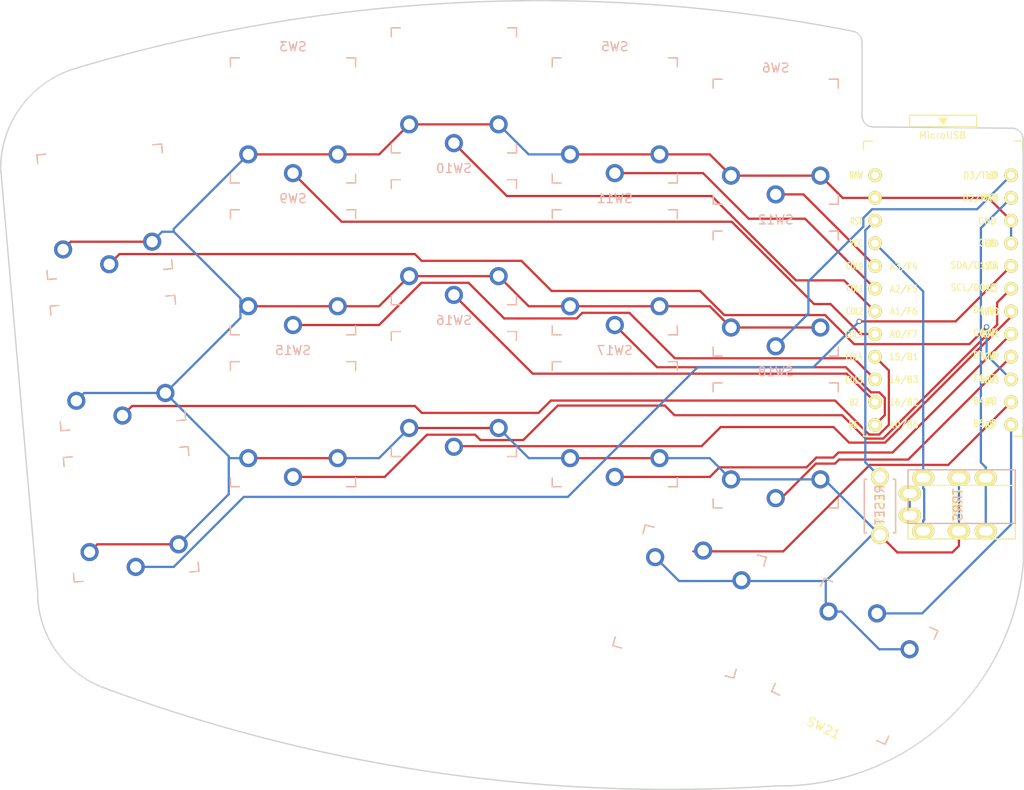
<source format=kicad_pcb>
(kicad_pcb (version 20171130) (host pcbnew 5.1.6)

  (general
    (thickness 1.6)
    (drawings 12)
    (tracks 214)
    (zones 0)
    (modules 20)
    (nets 24)
  )

  (page A4)
  (title_block
    (title "Corne Light")
    (date 2018-12-26)
    (rev 2.1)
    (company foostan)
  )

  (layers
    (0 F.Cu signal)
    (31 B.Cu signal)
    (32 B.Adhes user)
    (33 F.Adhes user)
    (34 B.Paste user hide)
    (35 F.Paste user)
    (36 B.SilkS user hide)
    (37 F.SilkS user hide)
    (38 B.Mask user)
    (39 F.Mask user)
    (40 Dwgs.User user)
    (41 Cmts.User user)
    (42 Eco1.User user)
    (43 Eco2.User user hide)
    (44 Edge.Cuts user)
    (45 Margin user)
    (46 B.CrtYd user)
    (47 F.CrtYd user)
    (48 B.Fab user hide)
    (49 F.Fab user)
  )

  (setup
    (last_trace_width 0.25)
    (user_trace_width 0.5)
    (trace_clearance 0.2)
    (zone_clearance 0.508)
    (zone_45_only no)
    (trace_min 0.2)
    (via_size 0.6)
    (via_drill 0.4)
    (via_min_size 0.4)
    (via_min_drill 0.3)
    (uvia_size 0.3)
    (uvia_drill 0.1)
    (uvias_allowed no)
    (uvia_min_size 0.2)
    (uvia_min_drill 0.1)
    (edge_width 0.15)
    (segment_width 0.15)
    (pcb_text_width 0.3)
    (pcb_text_size 1.5 1.5)
    (mod_edge_width 0.15)
    (mod_text_size 1 1)
    (mod_text_width 0.15)
    (pad_size 2.032 2.032)
    (pad_drill 1.27)
    (pad_to_mask_clearance 0.2)
    (aux_axis_origin 145.73 12.66)
    (visible_elements FFFFEFFF)
    (pcbplotparams
      (layerselection 0x010cc_ffffffff)
      (usegerberextensions true)
      (usegerberattributes false)
      (usegerberadvancedattributes false)
      (creategerberjobfile false)
      (excludeedgelayer true)
      (linewidth 0.150000)
      (plotframeref false)
      (viasonmask false)
      (mode 1)
      (useauxorigin false)
      (hpglpennumber 1)
      (hpglpenspeed 20)
      (hpglpendiameter 15.000000)
      (psnegative false)
      (psa4output false)
      (plotreference true)
      (plotvalue true)
      (plotinvisibletext false)
      (padsonsilk false)
      (subtractmaskfromsilk false)
      (outputformat 1)
      (mirror false)
      (drillshape 0)
      (scaleselection 1)
      (outputdirectory "gerber/"))
  )

  (net 0 "")
  (net 1 row0)
  (net 2 row1)
  (net 3 row2)
  (net 4 row3)
  (net 5 "Net-(D20-Pad2)")
  (net 6 GND)
  (net 7 VCC)
  (net 8 col1)
  (net 9 col2)
  (net 10 col3)
  (net 11 col4)
  (net 12 col5)
  (net 13 LED)
  (net 14 data)
  (net 15 reset)
  (net 16 SCL)
  (net 17 SDA)
  (net 18 "Net-(U1-Pad14)")
  (net 19 "Net-(U1-Pad13)")
  (net 20 "Net-(U1-Pad12)")
  (net 21 "Net-(U1-Pad11)")
  (net 22 "Net-(J1-PadA)")
  (net 23 "Net-(U1-Pad24)")

  (net_class Default "これは標準のネット クラスです。"
    (clearance 0.2)
    (trace_width 0.25)
    (via_dia 0.6)
    (via_drill 0.4)
    (uvia_dia 0.3)
    (uvia_drill 0.1)
    (add_net GND)
    (add_net LED)
    (add_net "Net-(D20-Pad2)")
    (add_net "Net-(J1-PadA)")
    (add_net "Net-(U1-Pad11)")
    (add_net "Net-(U1-Pad12)")
    (add_net "Net-(U1-Pad13)")
    (add_net "Net-(U1-Pad14)")
    (add_net "Net-(U1-Pad24)")
    (add_net SCL)
    (add_net SDA)
    (add_net VCC)
    (add_net col1)
    (add_net col2)
    (add_net col3)
    (add_net col4)
    (add_net col5)
    (add_net data)
    (add_net reset)
    (add_net row0)
    (add_net row1)
    (add_net row2)
    (add_net row3)
  )

  (module kbd:ProMicro_v3 (layer F.Cu) (tedit 5EAE9E67) (tstamp 5C238F3C)
    (at 134.72 49.15)
    (path /5A5E14C2)
    (fp_text reference U1 (at -0.1 -0.05 270) (layer F.SilkS) hide
      (effects (font (size 1 1) (thickness 0.15)))
    )
    (fp_text value ProMicro (at -0.45 -17) (layer F.Fab) hide
      (effects (font (size 1 1) (thickness 0.15)))
    )
    (fp_line (start -0.15 -20.4) (end 0.15 -20.4) (layer F.SilkS) (width 0.15))
    (fp_line (start -0.25 -20.55) (end 0.25 -20.55) (layer F.SilkS) (width 0.15))
    (fp_line (start -0.35 -20.7) (end 0.35 -20.7) (layer F.SilkS) (width 0.15))
    (fp_line (start 0 -20.2) (end -0.5 -20.85) (layer F.SilkS) (width 0.15))
    (fp_line (start 0.5 -20.85) (end 0 -20.2) (layer F.SilkS) (width 0.15))
    (fp_line (start -0.5 -20.85) (end 0.5 -20.85) (layer F.SilkS) (width 0.15))
    (fp_line (start 3.75 -21.2) (end -3.75 -21.2) (layer F.SilkS) (width 0.15))
    (fp_line (start 3.75 -19.9) (end 3.75 -21.2) (layer F.SilkS) (width 0.15))
    (fp_line (start -3.75 -19.9) (end 3.75 -19.9) (layer F.SilkS) (width 0.15))
    (fp_line (start -3.75 -21.2) (end -3.75 -19.9) (layer F.SilkS) (width 0.15))
    (fp_line (start 3.76 -18.3) (end 8.9 -18.3) (layer F.Fab) (width 0.15))
    (fp_line (start -3.75 -18.3) (end 3.75 -18.3) (layer F.Fab) (width 0.15))
    (fp_line (start -3.75 -19.6) (end -3.75 -18.299039) (layer F.Fab) (width 0.15))
    (fp_line (start 3.75 -19.6) (end 3.75 -18.3) (layer F.Fab) (width 0.15))
    (fp_line (start -3.75 -19.6) (end 3.75 -19.6) (layer F.Fab) (width 0.15))
    (fp_line (start -8.9 -18.3) (end -3.75 -18.3) (layer F.Fab) (width 0.15))
    (fp_line (start 8.9 -18.3) (end 8.9 14.75) (layer F.Fab) (width 0.15))
    (fp_line (start 8.9 14.75) (end -8.9 14.75) (layer F.Fab) (width 0.15))
    (fp_line (start -8.9 14.75) (end -8.9 -18.3) (layer F.Fab) (width 0.15))
    (fp_line (start -8.9 -18.3) (end -8.9 -17.3) (layer F.SilkS) (width 0.15))
    (fp_line (start 8.9 -18.3) (end 8.9 -17.3) (layer F.SilkS) (width 0.15))
    (fp_line (start -8.9 -18.3) (end -7.9 -18.3) (layer F.SilkS) (width 0.15))
    (fp_line (start 8.9 -18.3) (end 7.95 -18.3) (layer F.SilkS) (width 0.15))
    (fp_line (start -8.9 13.7) (end -8.9 14.75) (layer F.SilkS) (width 0.15))
    (fp_line (start 8.9 13.75) (end 8.9 14.75) (layer F.SilkS) (width 0.15))
    (fp_line (start -8.9 14.75) (end -7.9 14.75) (layer F.SilkS) (width 0.15))
    (fp_line (start 8.9 14.75) (end 7.89 14.75) (layer F.SilkS) (width 0.15))
    (fp_text user "" (at -1.2065 -16.256) (layer B.SilkS)
      (effects (font (size 1 1) (thickness 0.15)) (justify mirror))
    )
    (fp_text user "" (at -0.545 -17.4) (layer F.SilkS)
      (effects (font (size 1 1) (thickness 0.15)))
    )
    (fp_text user RAW (at -9.7155 -14.478 unlocked) (layer F.SilkS)
      (effects (font (size 0.75 0.5) (thickness 0.125)))
    )
    (fp_text user GND (at 5.461 -6.7945 unlocked) (layer F.SilkS)
      (effects (font (size 0.75 0.5) (thickness 0.125)))
    )
    (fp_text user RST (at -9.7155 -9.3345 unlocked) (layer F.SilkS)
      (effects (font (size 0.75 0.5) (thickness 0.125)))
    )
    (fp_text user VCC (at -9.7155 -6.858 unlocked) (layer F.SilkS)
      (effects (font (size 0.75 0.5) (thickness 0.125)))
    )
    (fp_text user A3/F4 (at -4.395 -4.25 unlocked) (layer F.SilkS)
      (effects (font (size 0.75 0.67) (thickness 0.125)))
    )
    (fp_text user A2/F5 (at -4.395 -1.75 unlocked) (layer F.SilkS)
      (effects (font (size 0.75 0.67) (thickness 0.125)))
    )
    (fp_text user A1/F6 (at -4.395 0.75 unlocked) (layer F.SilkS)
      (effects (font (size 0.75 0.67) (thickness 0.125)))
    )
    (fp_text user A0/F7 (at -4.395 3.3 unlocked) (layer F.SilkS)
      (effects (font (size 0.75 0.67) (thickness 0.125)))
    )
    (fp_text user 15/B1 (at -4.395 5.85 unlocked) (layer F.SilkS)
      (effects (font (size 0.75 0.67) (thickness 0.125)))
    )
    (fp_text user 14/B3 (at -4.395 8.4 unlocked) (layer F.SilkS)
      (effects (font (size 0.75 0.67) (thickness 0.125)))
    )
    (fp_text user 10/B6 (at -4.395 13.45 unlocked) (layer F.SilkS)
      (effects (font (size 0.75 0.67) (thickness 0.125)))
    )
    (fp_text user 16/B2 (at -4.395 10.95 unlocked) (layer F.SilkS)
      (effects (font (size 0.75 0.67) (thickness 0.125)))
    )
    (fp_text user E6/7 (at 4.705 8.25 unlocked) (layer F.SilkS)
      (effects (font (size 0.75 0.67) (thickness 0.125)))
    )
    (fp_text user D7/6 (at 4.705 5.7 unlocked) (layer F.SilkS)
      (effects (font (size 0.75 0.67) (thickness 0.125)))
    )
    (fp_text user GND (at 4.955 -9.35 unlocked) (layer F.SilkS)
      (effects (font (size 0.75 0.67) (thickness 0.125)))
    )
    (fp_text user GND (at 4.955 -6.9 unlocked) (layer F.SilkS)
      (effects (font (size 0.75 0.67) (thickness 0.125)))
    )
    (fp_text user D3/TX0 (at 4.155 -14.45 unlocked) (layer F.SilkS)
      (effects (font (size 0.75 0.67) (thickness 0.125)))
    )
    (fp_text user D4/4 (at 4.705 0.6 unlocked) (layer F.SilkS)
      (effects (font (size 0.75 0.67) (thickness 0.125)))
    )
    (fp_text user SDA/D1/2 (at 3.455 -4.4 unlocked) (layer F.SilkS)
      (effects (font (size 0.75 0.67) (thickness 0.125)))
    )
    (fp_text user SCL/D0/3 (at 3.455 -1.9 unlocked) (layer F.SilkS)
      (effects (font (size 0.75 0.67) (thickness 0.125)))
    )
    (fp_text user C6/5 (at 4.705 3.15 unlocked) (layer F.SilkS)
      (effects (font (size 0.75 0.67) (thickness 0.125)))
    )
    (fp_text user B5/9 (at 4.705 13.3 unlocked) (layer F.SilkS)
      (effects (font (size 0.75 0.67) (thickness 0.125)))
    )
    (fp_text user D2/RX1 (at 4.155 -11.9 unlocked) (layer F.SilkS)
      (effects (font (size 0.75 0.67) (thickness 0.125)))
    )
    (fp_text user B4/8 (at 4.705 10.8 unlocked) (layer F.SilkS)
      (effects (font (size 0.75 0.67) (thickness 0.125)))
    )
    (fp_text user MicroUSB (at -0.05 -18.95) (layer F.SilkS)
      (effects (font (size 0.75 0.75) (thickness 0.12)))
    )
    (fp_text user LED (at 5.5 -14.478) (layer F.SilkS)
      (effects (font (size 0.75 0.5) (thickness 0.125)))
    )
    (fp_text user DATA (at 5.35 -11.95) (layer F.SilkS)
      (effects (font (size 0.75 0.5) (thickness 0.125)))
    )
    (fp_text user COL3 (at -10 3.35) (layer F.SilkS)
      (effects (font (size 0.75 0.5) (thickness 0.125)))
    )
    (fp_text user ROW0 (at 5.2 0.8) (layer F.SilkS)
      (effects (font (size 0.75 0.5) (thickness 0.125)))
    )
    (fp_text user COL2 (at -9.9 0.762) (layer F.SilkS)
      (effects (font (size 0.75 0.5) (thickness 0.125)))
    )
    (fp_text user SCL (at 5.461 -1.778) (layer F.SilkS)
      (effects (font (size 0.75 0.5) (thickness 0.125)))
    )
    (fp_text user COL1 (at -9.85 -1.778) (layer F.SilkS)
      (effects (font (size 0.75 0.5) (thickness 0.125)))
    )
    (fp_text user SDA (at 5.461 -4.318) (layer F.SilkS)
      (effects (font (size 0.75 0.5) (thickness 0.125)))
    )
    (fp_text user COL0 (at -9.9 -4.3) (layer F.SilkS)
      (effects (font (size 0.75 0.5) (thickness 0.125)))
    )
    (fp_text user B6 (at -10.05 13.5) (layer F.SilkS)
      (effects (font (size 0.75 0.5) (thickness 0.125)))
    )
    (fp_text user B5 (at 5.2 13.5255) (layer F.SilkS)
      (effects (font (size 0.75 0.5) (thickness 0.125)))
    )
    (fp_text user B4 (at 5.2 10.922) (layer F.SilkS)
      (effects (font (size 0.75 0.5) (thickness 0.125)))
    )
    (fp_text user B2 (at -9.95 10.95) (layer F.SilkS)
      (effects (font (size 0.75 0.5) (thickness 0.125)))
    )
    (fp_text user ROW3 (at 5.2 8.4455) (layer F.SilkS)
      (effects (font (size 0.75 0.5) (thickness 0.125)))
    )
    (fp_text user COL5 (at -9.95 8.4455) (layer F.SilkS)
      (effects (font (size 0.75 0.5) (thickness 0.125)))
    )
    (fp_text user ROW2 (at 5.2 5.85) (layer F.SilkS)
      (effects (font (size 0.75 0.5) (thickness 0.125)))
    )
    (fp_text user COL4 (at -9.95 5.85) (layer F.SilkS)
      (effects (font (size 0.75 0.5) (thickness 0.125)))
    )
    (fp_text user ROW1 (at 5.25 3.302) (layer F.SilkS)
      (effects (font (size 0.75 0.5) (thickness 0.125)))
    )
    (pad 24 thru_hole circle (at -7.6086 -14.478) (size 1.524 1.524) (drill 0.8128) (layers *.Cu *.Mask F.SilkS)
      (net 23 "Net-(U1-Pad24)"))
    (pad 23 thru_hole circle (at -7.6086 -11.938) (size 1.524 1.524) (drill 0.8128) (layers *.Cu *.Mask F.SilkS)
      (net 6 GND))
    (pad 22 thru_hole circle (at -7.6086 -9.398) (size 1.524 1.524) (drill 0.8128) (layers *.Cu *.Mask F.SilkS)
      (net 15 reset))
    (pad 21 thru_hole circle (at -7.6086 -6.858) (size 1.524 1.524) (drill 0.8128) (layers *.Cu *.Mask F.SilkS)
      (net 7 VCC))
    (pad 20 thru_hole circle (at -7.6086 -4.318) (size 1.524 1.524) (drill 0.8128) (layers *.Cu *.Mask F.SilkS)
      (net 5 "Net-(D20-Pad2)"))
    (pad 19 thru_hole circle (at -7.6086 -1.778) (size 1.524 1.524) (drill 0.8128) (layers *.Cu *.Mask F.SilkS)
      (net 8 col1))
    (pad 18 thru_hole circle (at -7.6086 0.762) (size 1.524 1.524) (drill 0.8128) (layers *.Cu *.Mask F.SilkS)
      (net 9 col2))
    (pad 17 thru_hole circle (at -7.6086 3.302) (size 1.524 1.524) (drill 0.8128) (layers *.Cu *.Mask F.SilkS)
      (net 10 col3))
    (pad 16 thru_hole circle (at -7.6086 5.842) (size 1.524 1.524) (drill 0.8128) (layers *.Cu *.Mask F.SilkS)
      (net 11 col4))
    (pad 15 thru_hole circle (at -7.6086 8.382) (size 1.524 1.524) (drill 0.8128) (layers *.Cu *.Mask F.SilkS)
      (net 12 col5))
    (pad 14 thru_hole circle (at -7.6086 10.922) (size 1.524 1.524) (drill 0.8128) (layers *.Cu *.Mask F.SilkS)
      (net 18 "Net-(U1-Pad14)"))
    (pad 13 thru_hole circle (at -7.6086 13.462) (size 1.524 1.524) (drill 0.8128) (layers *.Cu *.Mask F.SilkS)
      (net 19 "Net-(U1-Pad13)"))
    (pad 12 thru_hole circle (at 7.6114 13.462) (size 1.524 1.524) (drill 0.8128) (layers *.Cu *.Mask F.SilkS)
      (net 20 "Net-(U1-Pad12)"))
    (pad 11 thru_hole circle (at 7.6114 10.922) (size 1.524 1.524) (drill 0.8128) (layers *.Cu *.Mask F.SilkS)
      (net 21 "Net-(U1-Pad11)"))
    (pad 10 thru_hole circle (at 7.6114 8.382) (size 1.524 1.524) (drill 0.8128) (layers *.Cu *.Mask F.SilkS)
      (net 4 row3))
    (pad 9 thru_hole circle (at 7.6114 5.842) (size 1.524 1.524) (drill 0.8128) (layers *.Cu *.Mask F.SilkS)
      (net 3 row2))
    (pad 8 thru_hole circle (at 7.6114 3.302) (size 1.524 1.524) (drill 0.8128) (layers *.Cu *.Mask F.SilkS)
      (net 2 row1))
    (pad 7 thru_hole circle (at 7.6114 0.762) (size 1.524 1.524) (drill 0.8128) (layers *.Cu *.Mask F.SilkS)
      (net 1 row0))
    (pad 6 thru_hole circle (at 7.6114 -1.778) (size 1.524 1.524) (drill 0.8128) (layers *.Cu *.Mask F.SilkS)
      (net 16 SCL))
    (pad 5 thru_hole circle (at 7.6114 -4.318) (size 1.524 1.524) (drill 0.8128) (layers *.Cu *.Mask F.SilkS)
      (net 17 SDA))
    (pad 4 thru_hole circle (at 7.6114 -6.858) (size 1.524 1.524) (drill 0.8128) (layers *.Cu *.Mask F.SilkS)
      (net 6 GND))
    (pad 3 thru_hole circle (at 7.6114 -9.398) (size 1.524 1.524) (drill 0.8128) (layers *.Cu *.Mask F.SilkS)
      (net 6 GND))
    (pad 2 thru_hole circle (at 7.6114 -11.938) (size 1.524 1.524) (drill 0.8128) (layers *.Cu *.Mask F.SilkS)
      (net 14 data))
    (pad 1 thru_hole circle (at 7.6114 -14.478) (size 1.524 1.524) (drill 0.8128) (layers *.Cu *.Mask F.SilkS)
      (net 13 LED))
  )

  (module chocs:SW_PG1350_reversible_b2 (layer B.Cu) (tedit 5EF324D0) (tstamp 5EBA60B1)
    (at 106.36 82.39 345)
    (descr "Kailh \"Choc\" PG1350 keyswitch, able to be mounted on front or back of PCB")
    (tags kailh,choc)
    (path /5A5E37A4)
    (fp_text reference SW20 (at 4.600001 -6 165) (layer Dwgs.User) hide
      (effects (font (size 1 1) (thickness 0.15)))
    )
    (fp_text value SW_PUSH (at -0.5 -5.999999 165) (layer Dwgs.User) hide
      (effects (font (size 1 1) (thickness 0.15)))
    )
    (fp_line (start -9 -8.5) (end 9 -8.5) (layer Eco1.User) (width 0.12))
    (fp_line (start 9 -8.5) (end 9 8.5) (layer Eco1.User) (width 0.12))
    (fp_line (start -9 8.5) (end 9 8.5) (layer Eco1.User) (width 0.12))
    (fp_line (start -9 -8.5) (end -9 8.5) (layer Eco1.User) (width 0.12))
    (fp_line (start -7.5 -7.5) (end -7.5 7.5) (layer B.Fab) (width 0.15))
    (fp_line (start 7.5 7.5) (end 7.5 -7.5) (layer B.Fab) (width 0.15))
    (fp_line (start 7.5 -7.5) (end -7.5 -7.5) (layer B.Fab) (width 0.15))
    (fp_line (start -7.5 7.5) (end 7.5 7.5) (layer B.Fab) (width 0.15))
    (fp_line (start -7.5 -7.5) (end -7.5 7.5) (layer F.Fab) (width 0.15))
    (fp_line (start 7.5 -7.5) (end -7.5 -7.5) (layer F.Fab) (width 0.15))
    (fp_line (start 7.5 7.5) (end 7.5 -7.5) (layer F.Fab) (width 0.15))
    (fp_line (start -7.5 7.5) (end 7.5 7.5) (layer F.Fab) (width 0.15))
    (fp_line (start -6.9 -6.9) (end -6.9 6.9) (layer Eco2.User) (width 0.15))
    (fp_line (start 6.9 6.9) (end 6.9 -6.9) (layer Eco2.User) (width 0.15))
    (fp_line (start 6.9 6.9) (end -6.9 6.9) (layer Eco2.User) (width 0.15))
    (fp_line (start -6.9 -6.9) (end 6.9 -6.9) (layer Eco2.User) (width 0.15))
    (fp_line (start 7 7) (end 7 6) (layer F.SilkS) (width 0.15))
    (fp_line (start 6 7) (end 7 7) (layer F.SilkS) (width 0.15))
    (fp_line (start 7 -7) (end 6 -7) (layer F.SilkS) (width 0.15))
    (fp_line (start 7 -6) (end 7 -7) (layer F.SilkS) (width 0.15))
    (fp_line (start -7 -7) (end -7 -6) (layer F.SilkS) (width 0.15))
    (fp_line (start -6 -7) (end -7 -7) (layer F.SilkS) (width 0.15))
    (fp_line (start -7 7) (end -6 7) (layer F.SilkS) (width 0.15))
    (fp_line (start -7 6) (end -7 7) (layer F.SilkS) (width 0.15))
    (fp_line (start -2.6 3.1) (end -2.6 6.3) (layer Eco2.User) (width 0.15))
    (fp_line (start 2.6 6.3) (end -2.6 6.3) (layer Eco2.User) (width 0.15))
    (fp_line (start 2.6 3.1) (end 2.6 6.3) (layer Eco2.User) (width 0.15))
    (fp_line (start -2.6 3.1) (end 2.6 3.1) (layer Eco2.User) (width 0.15))
    (fp_line (start -7 7) (end -6 7) (layer B.SilkS) (width 0.15))
    (fp_line (start -7 6) (end -7 7) (layer B.SilkS) (width 0.15))
    (fp_line (start -7 -7) (end -7 -6) (layer B.SilkS) (width 0.15))
    (fp_line (start -6 -7) (end -7 -7) (layer B.SilkS) (width 0.15))
    (fp_line (start 7 -7) (end 6 -7) (layer B.SilkS) (width 0.15))
    (fp_line (start 7 -6) (end 7 -7) (layer B.SilkS) (width 0.15))
    (fp_line (start 7 7) (end 7 6) (layer B.SilkS) (width 0.15))
    (fp_line (start 6 7) (end 7 7) (layer B.SilkS) (width 0.15))
    (fp_text user %R (at 0 0 165) (layer B.Fab)
      (effects (font (size 1 1) (thickness 0.15)) (justify mirror))
    )
    (fp_text user %V (at 0 -8.255 165) (layer F.Fab)
      (effects (font (size 1 1) (thickness 0.15)))
    )
    (fp_text user %R (at 0 0 165) (layer B.Fab)
      (effects (font (size 1 1) (thickness 0.15)) (justify mirror))
    )
    (fp_text user %R (at 0 0 165) (layer B.Fab)
      (effects (font (size 1 1) (thickness 0.15)) (justify mirror))
    )
    (pad "" np_thru_hole circle (at -5.22 4.2 345) (size 0.9906 0.9906) (drill 0.9906) (layers *.Cu *.Mask))
    (pad 2 thru_hole circle (at 5 -3.8 345) (size 2.032 2.032) (drill 1.27) (layers *.Cu *.Mask)
      (net 6 GND))
    (pad "" np_thru_hole circle (at 0 0 345) (size 3.429 3.429) (drill 3.429) (layers *.Cu *.Mask))
    (pad 2 thru_hole circle (at -5 -3.8 345) (size 2.032 2.032) (drill 1.27) (layers *.Cu *.Mask)
      (net 6 GND))
    (pad 1 thru_hole circle (at 0 -5.9 345) (size 2.032 2.032) (drill 1.27) (layers *.Cu *.Mask)
      (net 21 "Net-(U1-Pad11)"))
    (pad "" np_thru_hole circle (at 5.22 4.2 345) (size 0.9906 0.9906) (drill 0.9906) (layers *.Cu *.Mask))
    (pad "" np_thru_hole circle (at 5.5 0 345) (size 1.7018 1.7018) (drill 1.7018) (layers *.Cu *.Mask))
    (pad "" np_thru_hole circle (at -5.5 0 345) (size 1.7018 1.7018) (drill 1.7018) (layers *.Cu *.Mask))
  )

  (module chocs:SW_PG1350_reversible_b2 (layer F.Cu) (tedit 5EF324D0) (tstamp 5C23880A)
    (at 116 64.92)
    (descr "Kailh \"Choc\" PG1350 keyswitch, able to be mounted on front or back of PCB")
    (tags kailh,choc)
    (path /5A5E35D5)
    (fp_text reference SW18 (at 4.6 6 180) (layer Dwgs.User) hide
      (effects (font (size 1 1) (thickness 0.15)))
    )
    (fp_text value SW_PUSH (at -0.5 6 180) (layer Dwgs.User) hide
      (effects (font (size 1 1) (thickness 0.15)))
    )
    (fp_line (start -9 8.5) (end 9 8.5) (layer Eco1.User) (width 0.12))
    (fp_line (start 9 8.5) (end 9 -8.5) (layer Eco1.User) (width 0.12))
    (fp_line (start -9 -8.5) (end 9 -8.5) (layer Eco1.User) (width 0.12))
    (fp_line (start -9 8.5) (end -9 -8.5) (layer Eco1.User) (width 0.12))
    (fp_line (start -7.5 7.5) (end -7.5 -7.5) (layer F.Fab) (width 0.15))
    (fp_line (start 7.5 -7.5) (end 7.5 7.5) (layer F.Fab) (width 0.15))
    (fp_line (start 7.5 7.5) (end -7.5 7.5) (layer F.Fab) (width 0.15))
    (fp_line (start -7.5 -7.5) (end 7.5 -7.5) (layer F.Fab) (width 0.15))
    (fp_line (start -7.5 7.5) (end -7.5 -7.5) (layer B.Fab) (width 0.15))
    (fp_line (start 7.5 7.5) (end -7.5 7.5) (layer B.Fab) (width 0.15))
    (fp_line (start 7.5 -7.5) (end 7.5 7.5) (layer B.Fab) (width 0.15))
    (fp_line (start -7.5 -7.5) (end 7.5 -7.5) (layer B.Fab) (width 0.15))
    (fp_line (start -6.9 6.9) (end -6.9 -6.9) (layer Eco2.User) (width 0.15))
    (fp_line (start 6.9 -6.9) (end 6.9 6.9) (layer Eco2.User) (width 0.15))
    (fp_line (start 6.9 -6.9) (end -6.9 -6.9) (layer Eco2.User) (width 0.15))
    (fp_line (start -6.9 6.9) (end 6.9 6.9) (layer Eco2.User) (width 0.15))
    (fp_line (start 7 -7) (end 7 -6) (layer B.SilkS) (width 0.15))
    (fp_line (start 6 -7) (end 7 -7) (layer B.SilkS) (width 0.15))
    (fp_line (start 7 7) (end 6 7) (layer B.SilkS) (width 0.15))
    (fp_line (start 7 6) (end 7 7) (layer B.SilkS) (width 0.15))
    (fp_line (start -7 7) (end -7 6) (layer B.SilkS) (width 0.15))
    (fp_line (start -6 7) (end -7 7) (layer B.SilkS) (width 0.15))
    (fp_line (start -7 -7) (end -6 -7) (layer B.SilkS) (width 0.15))
    (fp_line (start -7 -6) (end -7 -7) (layer B.SilkS) (width 0.15))
    (fp_line (start -2.6 -3.1) (end -2.6 -6.3) (layer Eco2.User) (width 0.15))
    (fp_line (start 2.6 -6.3) (end -2.6 -6.3) (layer Eco2.User) (width 0.15))
    (fp_line (start 2.6 -3.1) (end 2.6 -6.3) (layer Eco2.User) (width 0.15))
    (fp_line (start -2.6 -3.1) (end 2.6 -3.1) (layer Eco2.User) (width 0.15))
    (fp_line (start -7 -7) (end -6 -7) (layer F.SilkS) (width 0.15))
    (fp_line (start -7 -6) (end -7 -7) (layer F.SilkS) (width 0.15))
    (fp_line (start -7 7) (end -7 6) (layer F.SilkS) (width 0.15))
    (fp_line (start -6 7) (end -7 7) (layer F.SilkS) (width 0.15))
    (fp_line (start 7 7) (end 6 7) (layer F.SilkS) (width 0.15))
    (fp_line (start 7 6) (end 7 7) (layer F.SilkS) (width 0.15))
    (fp_line (start 7 -7) (end 7 -6) (layer F.SilkS) (width 0.15))
    (fp_line (start 6 -7) (end 7 -7) (layer F.SilkS) (width 0.15))
    (fp_text user %R (at 0 -8.255) (layer B.SilkS)
      (effects (font (size 1 1) (thickness 0.15)) (justify mirror))
    )
    (fp_text user %V (at 0 8.255) (layer B.Fab)
      (effects (font (size 1 1) (thickness 0.15)) (justify mirror))
    )
    (fp_text user %R (at 0 0) (layer F.Fab)
      (effects (font (size 1 1) (thickness 0.15)))
    )
    (fp_text user %R (at 0 0) (layer F.Fab)
      (effects (font (size 1 1) (thickness 0.15)))
    )
    (pad "" np_thru_hole circle (at -5.22 -4.2) (size 0.9906 0.9906) (drill 0.9906) (layers *.Cu *.Mask))
    (pad 2 thru_hole circle (at 5 3.8) (size 2.032 2.032) (drill 1.27) (layers *.Cu *.Mask)
      (net 6 GND))
    (pad "" np_thru_hole circle (at 0 0) (size 3.429 3.429) (drill 3.429) (layers *.Cu *.Mask))
    (pad 2 thru_hole circle (at -5 3.8) (size 2.032 2.032) (drill 1.27) (layers *.Cu *.Mask)
      (net 6 GND))
    (pad 1 thru_hole circle (at 0 5.9) (size 2.032 2.032) (drill 1.27) (layers *.Cu *.Mask)
      (net 3 row2))
    (pad "" np_thru_hole circle (at 5.22 -4.2) (size 0.9906 0.9906) (drill 0.9906) (layers *.Cu *.Mask))
    (pad "" np_thru_hole circle (at 5.5 0) (size 1.7018 1.7018) (drill 1.7018) (layers *.Cu *.Mask))
    (pad "" np_thru_hole circle (at -5.5 0) (size 1.7018 1.7018) (drill 1.7018) (layers *.Cu *.Mask))
  )

  (module chocs:SW_PG1350_reversible_b2 (layer B.Cu) (tedit 5EF324D0) (tstamp 5EBA613E)
    (at 124.84 89.07 335)
    (descr "Kailh \"Choc\" PG1350 keyswitch, able to be mounted on front or back of PCB")
    (tags kailh,choc)
    (path /5A5E37B0)
    (fp_text reference SW21 (at 4.6 -6 335) (layer Dwgs.User) hide
      (effects (font (size 1 1) (thickness 0.15)))
    )
    (fp_text value SW_PUSH (at -0.5 -5.999999 335) (layer Dwgs.User) hide
      (effects (font (size 1 1) (thickness 0.15)))
    )
    (fp_line (start -9 -8.5) (end 9 -8.5) (layer Eco1.User) (width 0.12))
    (fp_line (start 9 -8.5) (end 9 8.5) (layer Eco1.User) (width 0.12))
    (fp_line (start -9 8.5) (end 9 8.5) (layer Eco1.User) (width 0.12))
    (fp_line (start -9 -8.5) (end -9 8.5) (layer Eco1.User) (width 0.12))
    (fp_line (start -7.5 -7.5) (end -7.5 7.5) (layer B.Fab) (width 0.15))
    (fp_line (start 7.5 7.5) (end 7.5 -7.5) (layer B.Fab) (width 0.15))
    (fp_line (start 7.5 -7.5) (end -7.5 -7.5) (layer B.Fab) (width 0.15))
    (fp_line (start -7.5 7.5) (end 7.5 7.5) (layer B.Fab) (width 0.15))
    (fp_line (start -7.5 -7.5) (end -7.5 7.5) (layer F.Fab) (width 0.15))
    (fp_line (start 7.5 -7.5) (end -7.5 -7.5) (layer F.Fab) (width 0.15))
    (fp_line (start 7.5 7.5) (end 7.5 -7.5) (layer F.Fab) (width 0.15))
    (fp_line (start -7.5 7.5) (end 7.5 7.5) (layer F.Fab) (width 0.15))
    (fp_line (start -6.9 -6.9) (end -6.9 6.9) (layer Eco2.User) (width 0.15))
    (fp_line (start 6.9 6.9) (end 6.9 -6.9) (layer Eco2.User) (width 0.15))
    (fp_line (start 6.9 6.9) (end -6.9 6.9) (layer Eco2.User) (width 0.15))
    (fp_line (start -6.9 -6.9) (end 6.9 -6.9) (layer Eco2.User) (width 0.15))
    (fp_line (start 7 7) (end 7 6) (layer F.SilkS) (width 0.15))
    (fp_line (start 6 7) (end 7 7) (layer F.SilkS) (width 0.15))
    (fp_line (start 7 -7) (end 6 -7) (layer F.SilkS) (width 0.15))
    (fp_line (start 7 -6) (end 7 -7) (layer F.SilkS) (width 0.15))
    (fp_line (start -7 -7) (end -7 -6) (layer F.SilkS) (width 0.15))
    (fp_line (start -6 -7) (end -7 -7) (layer F.SilkS) (width 0.15))
    (fp_line (start -7 7) (end -6 7) (layer F.SilkS) (width 0.15))
    (fp_line (start -7 6) (end -7 7) (layer F.SilkS) (width 0.15))
    (fp_line (start -2.6 3.1) (end -2.6 6.3) (layer Eco2.User) (width 0.15))
    (fp_line (start 2.6 6.3) (end -2.6 6.3) (layer Eco2.User) (width 0.15))
    (fp_line (start 2.6 3.1) (end 2.6 6.3) (layer Eco2.User) (width 0.15))
    (fp_line (start -2.6 3.1) (end 2.6 3.1) (layer Eco2.User) (width 0.15))
    (fp_line (start -7 7) (end -6 7) (layer B.SilkS) (width 0.15))
    (fp_line (start -7 6) (end -7 7) (layer B.SilkS) (width 0.15))
    (fp_line (start -7 -7) (end -7 -6) (layer B.SilkS) (width 0.15))
    (fp_line (start -6 -7) (end -7 -7) (layer B.SilkS) (width 0.15))
    (fp_line (start 7 -7) (end 6 -7) (layer B.SilkS) (width 0.15))
    (fp_line (start 7 -6) (end 7 -7) (layer B.SilkS) (width 0.15))
    (fp_line (start 7 7) (end 7 6) (layer B.SilkS) (width 0.15))
    (fp_line (start 6 7) (end 7 7) (layer B.SilkS) (width 0.15))
    (fp_text user %R (at 0 8.255 155) (layer F.SilkS)
      (effects (font (size 1 1) (thickness 0.15)))
    )
    (fp_text user %V (at 0 -8.255 155) (layer F.Fab)
      (effects (font (size 1 1) (thickness 0.15)))
    )
    (fp_text user %R (at 0 0 155) (layer B.Fab)
      (effects (font (size 1 1) (thickness 0.15)) (justify mirror))
    )
    (fp_text user %R (at 0 0 155) (layer B.Fab)
      (effects (font (size 1 1) (thickness 0.15)) (justify mirror))
    )
    (pad "" np_thru_hole circle (at -5.22 4.2 335) (size 0.9906 0.9906) (drill 0.9906) (layers *.Cu *.Mask))
    (pad 2 thru_hole circle (at 5 -3.8 335) (size 2.032 2.032) (drill 1.27) (layers *.Cu *.Mask)
      (net 6 GND))
    (pad "" np_thru_hole circle (at 0 0 335) (size 3.429 3.429) (drill 3.429) (layers *.Cu *.Mask))
    (pad 2 thru_hole circle (at -5 -3.8 335) (size 2.032 2.032) (drill 1.27) (layers *.Cu *.Mask)
      (net 6 GND))
    (pad 1 thru_hole circle (at 0 -5.9 335) (size 2.032 2.032) (drill 1.27) (layers *.Cu *.Mask)
      (net 20 "Net-(U1-Pad12)"))
    (pad "" np_thru_hole circle (at 5.22 4.2 335) (size 0.9906 0.9906) (drill 0.9906) (layers *.Cu *.Mask))
    (pad "" np_thru_hole circle (at 5.5 0 335) (size 1.7018 1.7018) (drill 1.7018) (layers *.Cu *.Mask))
    (pad "" np_thru_hole circle (at -5.5 0 335) (size 1.7018 1.7018) (drill 1.7018) (layers *.Cu *.Mask))
  )

  (module chocs:SW_PG1350_reversible_b2 (layer F.Cu) (tedit 5EF324D0) (tstamp 5C2387F4)
    (at 98 62.545)
    (descr "Kailh \"Choc\" PG1350 keyswitch, able to be mounted on front or back of PCB")
    (tags kailh,choc)
    (path /5A5E35CF)
    (fp_text reference SW17 (at 4.6 6 180) (layer Dwgs.User) hide
      (effects (font (size 1 1) (thickness 0.15)))
    )
    (fp_text value SW_PUSH (at -0.5 6 180) (layer Dwgs.User) hide
      (effects (font (size 1 1) (thickness 0.15)))
    )
    (fp_line (start -9 8.5) (end 9 8.5) (layer Eco1.User) (width 0.12))
    (fp_line (start 9 8.5) (end 9 -8.5) (layer Eco1.User) (width 0.12))
    (fp_line (start -9 -8.5) (end 9 -8.5) (layer Eco1.User) (width 0.12))
    (fp_line (start -9 8.5) (end -9 -8.5) (layer Eco1.User) (width 0.12))
    (fp_line (start -7.5 7.5) (end -7.5 -7.5) (layer F.Fab) (width 0.15))
    (fp_line (start 7.5 -7.5) (end 7.5 7.5) (layer F.Fab) (width 0.15))
    (fp_line (start 7.5 7.5) (end -7.5 7.5) (layer F.Fab) (width 0.15))
    (fp_line (start -7.5 -7.5) (end 7.5 -7.5) (layer F.Fab) (width 0.15))
    (fp_line (start -7.5 7.5) (end -7.5 -7.5) (layer B.Fab) (width 0.15))
    (fp_line (start 7.5 7.5) (end -7.5 7.5) (layer B.Fab) (width 0.15))
    (fp_line (start 7.5 -7.5) (end 7.5 7.5) (layer B.Fab) (width 0.15))
    (fp_line (start -7.5 -7.5) (end 7.5 -7.5) (layer B.Fab) (width 0.15))
    (fp_line (start -6.9 6.9) (end -6.9 -6.9) (layer Eco2.User) (width 0.15))
    (fp_line (start 6.9 -6.9) (end 6.9 6.9) (layer Eco2.User) (width 0.15))
    (fp_line (start 6.9 -6.9) (end -6.9 -6.9) (layer Eco2.User) (width 0.15))
    (fp_line (start -6.9 6.9) (end 6.9 6.9) (layer Eco2.User) (width 0.15))
    (fp_line (start 7 -7) (end 7 -6) (layer B.SilkS) (width 0.15))
    (fp_line (start 6 -7) (end 7 -7) (layer B.SilkS) (width 0.15))
    (fp_line (start 7 7) (end 6 7) (layer B.SilkS) (width 0.15))
    (fp_line (start 7 6) (end 7 7) (layer B.SilkS) (width 0.15))
    (fp_line (start -7 7) (end -7 6) (layer B.SilkS) (width 0.15))
    (fp_line (start -6 7) (end -7 7) (layer B.SilkS) (width 0.15))
    (fp_line (start -7 -7) (end -6 -7) (layer B.SilkS) (width 0.15))
    (fp_line (start -7 -6) (end -7 -7) (layer B.SilkS) (width 0.15))
    (fp_line (start -2.6 -3.1) (end -2.6 -6.3) (layer Eco2.User) (width 0.15))
    (fp_line (start 2.6 -6.3) (end -2.6 -6.3) (layer Eco2.User) (width 0.15))
    (fp_line (start 2.6 -3.1) (end 2.6 -6.3) (layer Eco2.User) (width 0.15))
    (fp_line (start -2.6 -3.1) (end 2.6 -3.1) (layer Eco2.User) (width 0.15))
    (fp_line (start -7 -7) (end -6 -7) (layer F.SilkS) (width 0.15))
    (fp_line (start -7 -6) (end -7 -7) (layer F.SilkS) (width 0.15))
    (fp_line (start -7 7) (end -7 6) (layer F.SilkS) (width 0.15))
    (fp_line (start -6 7) (end -7 7) (layer F.SilkS) (width 0.15))
    (fp_line (start 7 7) (end 6 7) (layer F.SilkS) (width 0.15))
    (fp_line (start 7 6) (end 7 7) (layer F.SilkS) (width 0.15))
    (fp_line (start 7 -7) (end 7 -6) (layer F.SilkS) (width 0.15))
    (fp_line (start 6 -7) (end 7 -7) (layer F.SilkS) (width 0.15))
    (fp_text user %R (at 0 -8.255) (layer B.SilkS)
      (effects (font (size 1 1) (thickness 0.15)) (justify mirror))
    )
    (fp_text user %V (at 0 8.255) (layer B.Fab)
      (effects (font (size 1 1) (thickness 0.15)) (justify mirror))
    )
    (fp_text user %R (at 0 0) (layer F.Fab)
      (effects (font (size 1 1) (thickness 0.15)))
    )
    (fp_text user %R (at 0 0) (layer F.Fab)
      (effects (font (size 1 1) (thickness 0.15)))
    )
    (pad "" np_thru_hole circle (at -5.22 -4.2) (size 0.9906 0.9906) (drill 0.9906) (layers *.Cu *.Mask))
    (pad 2 thru_hole circle (at 5 3.8) (size 2.032 2.032) (drill 1.27) (layers *.Cu *.Mask)
      (net 6 GND))
    (pad "" np_thru_hole circle (at 0 0) (size 3.429 3.429) (drill 3.429) (layers *.Cu *.Mask))
    (pad 2 thru_hole circle (at -5 3.8) (size 2.032 2.032) (drill 1.27) (layers *.Cu *.Mask)
      (net 6 GND))
    (pad 1 thru_hole circle (at 0 5.9) (size 2.032 2.032) (drill 1.27) (layers *.Cu *.Mask)
      (net 2 row1))
    (pad "" np_thru_hole circle (at 5.22 -4.2) (size 0.9906 0.9906) (drill 0.9906) (layers *.Cu *.Mask))
    (pad "" np_thru_hole circle (at 5.5 0) (size 1.7018 1.7018) (drill 1.7018) (layers *.Cu *.Mask))
    (pad "" np_thru_hole circle (at -5.5 0) (size 1.7018 1.7018) (drill 1.7018) (layers *.Cu *.Mask))
  )

  (module chocs:SW_PG1350_reversible_b2 (layer F.Cu) (tedit 5EF324D0) (tstamp 5C2387DE)
    (at 80 59.17)
    (descr "Kailh \"Choc\" PG1350 keyswitch, able to be mounted on front or back of PCB")
    (tags kailh,choc)
    (path /5A5E35C9)
    (fp_text reference SW16 (at 4.6 6 180) (layer Dwgs.User) hide
      (effects (font (size 1 1) (thickness 0.15)))
    )
    (fp_text value SW_PUSH (at -0.5 6 180) (layer Dwgs.User) hide
      (effects (font (size 1 1) (thickness 0.15)))
    )
    (fp_line (start -9 8.5) (end 9 8.5) (layer Eco1.User) (width 0.12))
    (fp_line (start 9 8.5) (end 9 -8.5) (layer Eco1.User) (width 0.12))
    (fp_line (start -9 -8.5) (end 9 -8.5) (layer Eco1.User) (width 0.12))
    (fp_line (start -9 8.5) (end -9 -8.5) (layer Eco1.User) (width 0.12))
    (fp_line (start -7.5 7.5) (end -7.5 -7.5) (layer F.Fab) (width 0.15))
    (fp_line (start 7.5 -7.5) (end 7.5 7.5) (layer F.Fab) (width 0.15))
    (fp_line (start 7.5 7.5) (end -7.5 7.5) (layer F.Fab) (width 0.15))
    (fp_line (start -7.5 -7.5) (end 7.5 -7.5) (layer F.Fab) (width 0.15))
    (fp_line (start -7.5 7.5) (end -7.5 -7.5) (layer B.Fab) (width 0.15))
    (fp_line (start 7.5 7.5) (end -7.5 7.5) (layer B.Fab) (width 0.15))
    (fp_line (start 7.5 -7.5) (end 7.5 7.5) (layer B.Fab) (width 0.15))
    (fp_line (start -7.5 -7.5) (end 7.5 -7.5) (layer B.Fab) (width 0.15))
    (fp_line (start -6.9 6.9) (end -6.9 -6.9) (layer Eco2.User) (width 0.15))
    (fp_line (start 6.9 -6.9) (end 6.9 6.9) (layer Eco2.User) (width 0.15))
    (fp_line (start 6.9 -6.9) (end -6.9 -6.9) (layer Eco2.User) (width 0.15))
    (fp_line (start -6.9 6.9) (end 6.9 6.9) (layer Eco2.User) (width 0.15))
    (fp_line (start 7 -7) (end 7 -6) (layer B.SilkS) (width 0.15))
    (fp_line (start 6 -7) (end 7 -7) (layer B.SilkS) (width 0.15))
    (fp_line (start 7 7) (end 6 7) (layer B.SilkS) (width 0.15))
    (fp_line (start 7 6) (end 7 7) (layer B.SilkS) (width 0.15))
    (fp_line (start -7 7) (end -7 6) (layer B.SilkS) (width 0.15))
    (fp_line (start -6 7) (end -7 7) (layer B.SilkS) (width 0.15))
    (fp_line (start -7 -7) (end -6 -7) (layer B.SilkS) (width 0.15))
    (fp_line (start -7 -6) (end -7 -7) (layer B.SilkS) (width 0.15))
    (fp_line (start -2.6 -3.1) (end -2.6 -6.3) (layer Eco2.User) (width 0.15))
    (fp_line (start 2.6 -6.3) (end -2.6 -6.3) (layer Eco2.User) (width 0.15))
    (fp_line (start 2.6 -3.1) (end 2.6 -6.3) (layer Eco2.User) (width 0.15))
    (fp_line (start -2.6 -3.1) (end 2.6 -3.1) (layer Eco2.User) (width 0.15))
    (fp_line (start -7 -7) (end -6 -7) (layer F.SilkS) (width 0.15))
    (fp_line (start -7 -6) (end -7 -7) (layer F.SilkS) (width 0.15))
    (fp_line (start -7 7) (end -7 6) (layer F.SilkS) (width 0.15))
    (fp_line (start -6 7) (end -7 7) (layer F.SilkS) (width 0.15))
    (fp_line (start 7 7) (end 6 7) (layer F.SilkS) (width 0.15))
    (fp_line (start 7 6) (end 7 7) (layer F.SilkS) (width 0.15))
    (fp_line (start 7 -7) (end 7 -6) (layer F.SilkS) (width 0.15))
    (fp_line (start 6 -7) (end 7 -7) (layer F.SilkS) (width 0.15))
    (fp_text user %R (at 0 -8.255) (layer B.SilkS)
      (effects (font (size 1 1) (thickness 0.15)) (justify mirror))
    )
    (fp_text user %V (at 0 8.255) (layer B.Fab)
      (effects (font (size 1 1) (thickness 0.15)) (justify mirror))
    )
    (fp_text user %R (at 0 0) (layer F.Fab)
      (effects (font (size 1 1) (thickness 0.15)))
    )
    (fp_text user %R (at 0 0) (layer F.Fab)
      (effects (font (size 1 1) (thickness 0.15)))
    )
    (pad "" np_thru_hole circle (at -5.22 -4.2) (size 0.9906 0.9906) (drill 0.9906) (layers *.Cu *.Mask))
    (pad 2 thru_hole circle (at 5 3.8) (size 2.032 2.032) (drill 1.27) (layers *.Cu *.Mask)
      (net 6 GND))
    (pad "" np_thru_hole circle (at 0 0) (size 3.429 3.429) (drill 3.429) (layers *.Cu *.Mask))
    (pad 2 thru_hole circle (at -5 3.8) (size 2.032 2.032) (drill 1.27) (layers *.Cu *.Mask)
      (net 6 GND))
    (pad 1 thru_hole circle (at 0 5.9) (size 2.032 2.032) (drill 1.27) (layers *.Cu *.Mask)
      (net 1 row0))
    (pad "" np_thru_hole circle (at 5.22 -4.2) (size 0.9906 0.9906) (drill 0.9906) (layers *.Cu *.Mask))
    (pad "" np_thru_hole circle (at 5.5 0) (size 1.7018 1.7018) (drill 1.7018) (layers *.Cu *.Mask))
    (pad "" np_thru_hole circle (at -5.5 0) (size 1.7018 1.7018) (drill 1.7018) (layers *.Cu *.Mask))
  )

  (module chocs:SW_PG1350_reversible_b2 (layer F.Cu) (tedit 5EF324D0) (tstamp 5C2387C8)
    (at 62 62.545)
    (descr "Kailh \"Choc\" PG1350 keyswitch, able to be mounted on front or back of PCB")
    (tags kailh,choc)
    (path /5A5E35BD)
    (fp_text reference SW15 (at 4.6 6 180) (layer Dwgs.User) hide
      (effects (font (size 1 1) (thickness 0.15)))
    )
    (fp_text value SW_PUSH (at -0.5 6 180) (layer Dwgs.User) hide
      (effects (font (size 1 1) (thickness 0.15)))
    )
    (fp_line (start -9 8.5) (end 9 8.5) (layer Eco1.User) (width 0.12))
    (fp_line (start 9 8.5) (end 9 -8.5) (layer Eco1.User) (width 0.12))
    (fp_line (start -9 -8.5) (end 9 -8.5) (layer Eco1.User) (width 0.12))
    (fp_line (start -9 8.5) (end -9 -8.5) (layer Eco1.User) (width 0.12))
    (fp_line (start -7.5 7.5) (end -7.5 -7.5) (layer F.Fab) (width 0.15))
    (fp_line (start 7.5 -7.5) (end 7.5 7.5) (layer F.Fab) (width 0.15))
    (fp_line (start 7.5 7.5) (end -7.5 7.5) (layer F.Fab) (width 0.15))
    (fp_line (start -7.5 -7.5) (end 7.5 -7.5) (layer F.Fab) (width 0.15))
    (fp_line (start -7.5 7.5) (end -7.5 -7.5) (layer B.Fab) (width 0.15))
    (fp_line (start 7.5 7.5) (end -7.5 7.5) (layer B.Fab) (width 0.15))
    (fp_line (start 7.5 -7.5) (end 7.5 7.5) (layer B.Fab) (width 0.15))
    (fp_line (start -7.5 -7.5) (end 7.5 -7.5) (layer B.Fab) (width 0.15))
    (fp_line (start -6.9 6.9) (end -6.9 -6.9) (layer Eco2.User) (width 0.15))
    (fp_line (start 6.9 -6.9) (end 6.9 6.9) (layer Eco2.User) (width 0.15))
    (fp_line (start 6.9 -6.9) (end -6.9 -6.9) (layer Eco2.User) (width 0.15))
    (fp_line (start -6.9 6.9) (end 6.9 6.9) (layer Eco2.User) (width 0.15))
    (fp_line (start 7 -7) (end 7 -6) (layer B.SilkS) (width 0.15))
    (fp_line (start 6 -7) (end 7 -7) (layer B.SilkS) (width 0.15))
    (fp_line (start 7 7) (end 6 7) (layer B.SilkS) (width 0.15))
    (fp_line (start 7 6) (end 7 7) (layer B.SilkS) (width 0.15))
    (fp_line (start -7 7) (end -7 6) (layer B.SilkS) (width 0.15))
    (fp_line (start -6 7) (end -7 7) (layer B.SilkS) (width 0.15))
    (fp_line (start -7 -7) (end -6 -7) (layer B.SilkS) (width 0.15))
    (fp_line (start -7 -6) (end -7 -7) (layer B.SilkS) (width 0.15))
    (fp_line (start -2.6 -3.1) (end -2.6 -6.3) (layer Eco2.User) (width 0.15))
    (fp_line (start 2.6 -6.3) (end -2.6 -6.3) (layer Eco2.User) (width 0.15))
    (fp_line (start 2.6 -3.1) (end 2.6 -6.3) (layer Eco2.User) (width 0.15))
    (fp_line (start -2.6 -3.1) (end 2.6 -3.1) (layer Eco2.User) (width 0.15))
    (fp_line (start -7 -7) (end -6 -7) (layer F.SilkS) (width 0.15))
    (fp_line (start -7 -6) (end -7 -7) (layer F.SilkS) (width 0.15))
    (fp_line (start -7 7) (end -7 6) (layer F.SilkS) (width 0.15))
    (fp_line (start -6 7) (end -7 7) (layer F.SilkS) (width 0.15))
    (fp_line (start 7 7) (end 6 7) (layer F.SilkS) (width 0.15))
    (fp_line (start 7 6) (end 7 7) (layer F.SilkS) (width 0.15))
    (fp_line (start 7 -7) (end 7 -6) (layer F.SilkS) (width 0.15))
    (fp_line (start 6 -7) (end 7 -7) (layer F.SilkS) (width 0.15))
    (fp_text user %R (at 0 -8.255) (layer B.SilkS)
      (effects (font (size 1 1) (thickness 0.15)) (justify mirror))
    )
    (fp_text user %V (at 0 8.255) (layer B.Fab)
      (effects (font (size 1 1) (thickness 0.15)) (justify mirror))
    )
    (fp_text user %R (at 0 0) (layer F.Fab)
      (effects (font (size 1 1) (thickness 0.15)))
    )
    (fp_text user %R (at 0 0) (layer F.Fab)
      (effects (font (size 1 1) (thickness 0.15)))
    )
    (pad "" np_thru_hole circle (at -5.22 -4.2) (size 0.9906 0.9906) (drill 0.9906) (layers *.Cu *.Mask))
    (pad 2 thru_hole circle (at 5 3.8) (size 2.032 2.032) (drill 1.27) (layers *.Cu *.Mask)
      (net 6 GND))
    (pad "" np_thru_hole circle (at 0 0) (size 3.429 3.429) (drill 3.429) (layers *.Cu *.Mask))
    (pad 2 thru_hole circle (at -5 3.8) (size 2.032 2.032) (drill 1.27) (layers *.Cu *.Mask)
      (net 6 GND))
    (pad 1 thru_hole circle (at 0 5.9) (size 2.032 2.032) (drill 1.27) (layers *.Cu *.Mask)
      (net 16 SCL))
    (pad "" np_thru_hole circle (at 5.22 -4.2) (size 0.9906 0.9906) (drill 0.9906) (layers *.Cu *.Mask))
    (pad "" np_thru_hole circle (at 5.5 0) (size 1.7018 1.7018) (drill 1.7018) (layers *.Cu *.Mask))
    (pad "" np_thru_hole circle (at -5.5 0) (size 1.7018 1.7018) (drill 1.7018) (layers *.Cu *.Mask))
  )

  (module chocs:SW_PG1350_reversible_b2 (layer F.Cu) (tedit 5EF324D0) (tstamp 5C2387B2)
    (at 43.8927 72.6397 5)
    (descr "Kailh \"Choc\" PG1350 keyswitch, able to be mounted on front or back of PCB")
    (tags kailh,choc)
    (path /5A5E35B1)
    (fp_text reference SW14 (at 4.6 6 185) (layer Dwgs.User) hide
      (effects (font (size 1 1) (thickness 0.15)))
    )
    (fp_text value SW_PUSH (at -0.5 6 185) (layer Dwgs.User) hide
      (effects (font (size 1 1) (thickness 0.15)))
    )
    (fp_line (start -9 8.5) (end 9 8.5) (layer Eco1.User) (width 0.12))
    (fp_line (start 9 8.5) (end 9 -8.5) (layer Eco1.User) (width 0.12))
    (fp_line (start -9 -8.5) (end 9 -8.5) (layer Eco1.User) (width 0.12))
    (fp_line (start -9 8.5) (end -9 -8.5) (layer Eco1.User) (width 0.12))
    (fp_line (start -7.5 7.5) (end -7.5 -7.5) (layer F.Fab) (width 0.15))
    (fp_line (start 7.5 -7.5) (end 7.5 7.5) (layer F.Fab) (width 0.15))
    (fp_line (start 7.5 7.5) (end -7.5 7.5) (layer F.Fab) (width 0.15))
    (fp_line (start -7.5 -7.5) (end 7.5 -7.5) (layer F.Fab) (width 0.15))
    (fp_line (start -7.5 7.5) (end -7.5 -7.5) (layer B.Fab) (width 0.15))
    (fp_line (start 7.5 7.5) (end -7.5 7.5) (layer B.Fab) (width 0.15))
    (fp_line (start 7.5 -7.5) (end 7.5 7.5) (layer B.Fab) (width 0.15))
    (fp_line (start -7.5 -7.5) (end 7.5 -7.5) (layer B.Fab) (width 0.15))
    (fp_line (start -6.9 6.9) (end -6.9 -6.9) (layer Eco2.User) (width 0.15))
    (fp_line (start 6.9 -6.9) (end 6.9 6.9) (layer Eco2.User) (width 0.15))
    (fp_line (start 6.9 -6.9) (end -6.9 -6.9) (layer Eco2.User) (width 0.15))
    (fp_line (start -6.9 6.9) (end 6.9 6.9) (layer Eco2.User) (width 0.15))
    (fp_line (start 7 -7) (end 7 -6) (layer B.SilkS) (width 0.15))
    (fp_line (start 6 -7) (end 7 -7) (layer B.SilkS) (width 0.15))
    (fp_line (start 7 7) (end 6 7) (layer B.SilkS) (width 0.15))
    (fp_line (start 7 6) (end 7 7) (layer B.SilkS) (width 0.15))
    (fp_line (start -7 7) (end -7 6) (layer B.SilkS) (width 0.15))
    (fp_line (start -6 7) (end -7 7) (layer B.SilkS) (width 0.15))
    (fp_line (start -7 -7) (end -6 -7) (layer B.SilkS) (width 0.15))
    (fp_line (start -7 -6) (end -7 -7) (layer B.SilkS) (width 0.15))
    (fp_line (start -2.6 -3.1) (end -2.6 -6.3) (layer Eco2.User) (width 0.15))
    (fp_line (start 2.6 -6.3) (end -2.6 -6.3) (layer Eco2.User) (width 0.15))
    (fp_line (start 2.6 -3.1) (end 2.6 -6.3) (layer Eco2.User) (width 0.15))
    (fp_line (start -2.6 -3.1) (end 2.6 -3.1) (layer Eco2.User) (width 0.15))
    (fp_line (start -7 -7) (end -6 -7) (layer F.SilkS) (width 0.15))
    (fp_line (start -7 -6) (end -7 -7) (layer F.SilkS) (width 0.15))
    (fp_line (start -7 7) (end -7 6) (layer F.SilkS) (width 0.15))
    (fp_line (start -6 7) (end -7 7) (layer F.SilkS) (width 0.15))
    (fp_line (start 7 7) (end 6 7) (layer F.SilkS) (width 0.15))
    (fp_line (start 7 6) (end 7 7) (layer F.SilkS) (width 0.15))
    (fp_line (start 7 -7) (end 7 -6) (layer F.SilkS) (width 0.15))
    (fp_line (start 6 -7) (end 7 -7) (layer F.SilkS) (width 0.15))
    (fp_text user %R (at 0 0 5) (layer F.Fab)
      (effects (font (size 1 1) (thickness 0.15)))
    )
    (fp_text user %V (at 0 8.255 5) (layer B.Fab)
      (effects (font (size 1 1) (thickness 0.15)) (justify mirror))
    )
    (fp_text user %R (at 0 0 5) (layer F.Fab)
      (effects (font (size 1 1) (thickness 0.15)))
    )
    (fp_text user %R (at 0 0 5) (layer F.Fab)
      (effects (font (size 1 1) (thickness 0.15)))
    )
    (pad "" np_thru_hole circle (at -5.22 -4.2 5) (size 0.9906 0.9906) (drill 0.9906) (layers *.Cu *.Mask))
    (pad 2 thru_hole circle (at 5 3.8 5) (size 2.032 2.032) (drill 1.27) (layers *.Cu *.Mask)
      (net 6 GND))
    (pad "" np_thru_hole circle (at 0 0 5) (size 3.429 3.429) (drill 3.429) (layers *.Cu *.Mask))
    (pad 2 thru_hole circle (at -5 3.8 5) (size 2.032 2.032) (drill 1.27) (layers *.Cu *.Mask)
      (net 6 GND))
    (pad 1 thru_hole circle (at 0 5.9 5) (size 2.032 2.032) (drill 1.27) (layers *.Cu *.Mask)
      (net 17 SDA))
    (pad "" np_thru_hole circle (at 5.22 -4.2 5) (size 0.9906 0.9906) (drill 0.9906) (layers *.Cu *.Mask))
    (pad "" np_thru_hole circle (at 5.5 0 5) (size 1.7018 1.7018) (drill 1.7018) (layers *.Cu *.Mask))
    (pad "" np_thru_hole circle (at -5.5 0 5) (size 1.7018 1.7018) (drill 1.7018) (layers *.Cu *.Mask))
  )

  (module chocs:SW_PG1350_reversible_b2 (layer F.Cu) (tedit 5EF324D0) (tstamp 5C238786)
    (at 116 47.92)
    (descr "Kailh \"Choc\" PG1350 keyswitch, able to be mounted on front or back of PCB")
    (tags kailh,choc)
    (path /5A5E2D4A)
    (fp_text reference SW12 (at 4.6 6 180) (layer Dwgs.User) hide
      (effects (font (size 1 1) (thickness 0.15)))
    )
    (fp_text value SW_PUSH (at -0.5 6 180) (layer Dwgs.User) hide
      (effects (font (size 1 1) (thickness 0.15)))
    )
    (fp_line (start -9 8.5) (end 9 8.5) (layer Eco1.User) (width 0.12))
    (fp_line (start 9 8.5) (end 9 -8.5) (layer Eco1.User) (width 0.12))
    (fp_line (start -9 -8.5) (end 9 -8.5) (layer Eco1.User) (width 0.12))
    (fp_line (start -9 8.5) (end -9 -8.5) (layer Eco1.User) (width 0.12))
    (fp_line (start -7.5 7.5) (end -7.5 -7.5) (layer F.Fab) (width 0.15))
    (fp_line (start 7.5 -7.5) (end 7.5 7.5) (layer F.Fab) (width 0.15))
    (fp_line (start 7.5 7.5) (end -7.5 7.5) (layer F.Fab) (width 0.15))
    (fp_line (start -7.5 -7.5) (end 7.5 -7.5) (layer F.Fab) (width 0.15))
    (fp_line (start -7.5 7.5) (end -7.5 -7.5) (layer B.Fab) (width 0.15))
    (fp_line (start 7.5 7.5) (end -7.5 7.5) (layer B.Fab) (width 0.15))
    (fp_line (start 7.5 -7.5) (end 7.5 7.5) (layer B.Fab) (width 0.15))
    (fp_line (start -7.5 -7.5) (end 7.5 -7.5) (layer B.Fab) (width 0.15))
    (fp_line (start -6.9 6.9) (end -6.9 -6.9) (layer Eco2.User) (width 0.15))
    (fp_line (start 6.9 -6.9) (end 6.9 6.9) (layer Eco2.User) (width 0.15))
    (fp_line (start 6.9 -6.9) (end -6.9 -6.9) (layer Eco2.User) (width 0.15))
    (fp_line (start -6.9 6.9) (end 6.9 6.9) (layer Eco2.User) (width 0.15))
    (fp_line (start 7 -7) (end 7 -6) (layer B.SilkS) (width 0.15))
    (fp_line (start 6 -7) (end 7 -7) (layer B.SilkS) (width 0.15))
    (fp_line (start 7 7) (end 6 7) (layer B.SilkS) (width 0.15))
    (fp_line (start 7 6) (end 7 7) (layer B.SilkS) (width 0.15))
    (fp_line (start -7 7) (end -7 6) (layer B.SilkS) (width 0.15))
    (fp_line (start -6 7) (end -7 7) (layer B.SilkS) (width 0.15))
    (fp_line (start -7 -7) (end -6 -7) (layer B.SilkS) (width 0.15))
    (fp_line (start -7 -6) (end -7 -7) (layer B.SilkS) (width 0.15))
    (fp_line (start -2.6 -3.1) (end -2.6 -6.3) (layer Eco2.User) (width 0.15))
    (fp_line (start 2.6 -6.3) (end -2.6 -6.3) (layer Eco2.User) (width 0.15))
    (fp_line (start 2.6 -3.1) (end 2.6 -6.3) (layer Eco2.User) (width 0.15))
    (fp_line (start -2.6 -3.1) (end 2.6 -3.1) (layer Eco2.User) (width 0.15))
    (fp_line (start -7 -7) (end -6 -7) (layer F.SilkS) (width 0.15))
    (fp_line (start -7 -6) (end -7 -7) (layer F.SilkS) (width 0.15))
    (fp_line (start -7 7) (end -7 6) (layer F.SilkS) (width 0.15))
    (fp_line (start -6 7) (end -7 7) (layer F.SilkS) (width 0.15))
    (fp_line (start 7 7) (end 6 7) (layer F.SilkS) (width 0.15))
    (fp_line (start 7 6) (end 7 7) (layer F.SilkS) (width 0.15))
    (fp_line (start 7 -7) (end 7 -6) (layer F.SilkS) (width 0.15))
    (fp_line (start 6 -7) (end 7 -7) (layer F.SilkS) (width 0.15))
    (fp_text user %R (at 0 -8.255) (layer B.SilkS)
      (effects (font (size 1 1) (thickness 0.15)) (justify mirror))
    )
    (fp_text user %V (at 0 8.255) (layer B.Fab)
      (effects (font (size 1 1) (thickness 0.15)) (justify mirror))
    )
    (fp_text user %R (at 0 0) (layer F.Fab)
      (effects (font (size 1 1) (thickness 0.15)))
    )
    (fp_text user %R (at 0 0) (layer F.Fab)
      (effects (font (size 1 1) (thickness 0.15)))
    )
    (pad "" np_thru_hole circle (at -5.22 -4.2) (size 0.9906 0.9906) (drill 0.9906) (layers *.Cu *.Mask))
    (pad 2 thru_hole circle (at 5 3.8) (size 2.032 2.032) (drill 1.27) (layers *.Cu *.Mask)
      (net 6 GND))
    (pad "" np_thru_hole circle (at 0 0) (size 3.429 3.429) (drill 3.429) (layers *.Cu *.Mask))
    (pad 2 thru_hole circle (at -5 3.8) (size 2.032 2.032) (drill 1.27) (layers *.Cu *.Mask)
      (net 6 GND))
    (pad 1 thru_hole circle (at 0 5.9) (size 2.032 2.032) (drill 1.27) (layers *.Cu *.Mask)
      (net 13 LED))
    (pad "" np_thru_hole circle (at 5.22 -4.2) (size 0.9906 0.9906) (drill 0.9906) (layers *.Cu *.Mask))
    (pad "" np_thru_hole circle (at 5.5 0) (size 1.7018 1.7018) (drill 1.7018) (layers *.Cu *.Mask))
    (pad "" np_thru_hole circle (at -5.5 0) (size 1.7018 1.7018) (drill 1.7018) (layers *.Cu *.Mask))
  )

  (module chocs:SW_PG1350_reversible_b2 (layer F.Cu) (tedit 5EF324D0) (tstamp 5C238770)
    (at 98 45.54)
    (descr "Kailh \"Choc\" PG1350 keyswitch, able to be mounted on front or back of PCB")
    (tags kailh,choc)
    (path /5A5E2D44)
    (fp_text reference SW11 (at 4.6 6 180) (layer Dwgs.User) hide
      (effects (font (size 1 1) (thickness 0.15)))
    )
    (fp_text value SW_PUSH (at -0.5 6 180) (layer Dwgs.User) hide
      (effects (font (size 1 1) (thickness 0.15)))
    )
    (fp_line (start -9 8.5) (end 9 8.5) (layer Eco1.User) (width 0.12))
    (fp_line (start 9 8.5) (end 9 -8.5) (layer Eco1.User) (width 0.12))
    (fp_line (start -9 -8.5) (end 9 -8.5) (layer Eco1.User) (width 0.12))
    (fp_line (start -9 8.5) (end -9 -8.5) (layer Eco1.User) (width 0.12))
    (fp_line (start -7.5 7.5) (end -7.5 -7.5) (layer F.Fab) (width 0.15))
    (fp_line (start 7.5 -7.5) (end 7.5 7.5) (layer F.Fab) (width 0.15))
    (fp_line (start 7.5 7.5) (end -7.5 7.5) (layer F.Fab) (width 0.15))
    (fp_line (start -7.5 -7.5) (end 7.5 -7.5) (layer F.Fab) (width 0.15))
    (fp_line (start -7.5 7.5) (end -7.5 -7.5) (layer B.Fab) (width 0.15))
    (fp_line (start 7.5 7.5) (end -7.5 7.5) (layer B.Fab) (width 0.15))
    (fp_line (start 7.5 -7.5) (end 7.5 7.5) (layer B.Fab) (width 0.15))
    (fp_line (start -7.5 -7.5) (end 7.5 -7.5) (layer B.Fab) (width 0.15))
    (fp_line (start -6.9 6.9) (end -6.9 -6.9) (layer Eco2.User) (width 0.15))
    (fp_line (start 6.9 -6.9) (end 6.9 6.9) (layer Eco2.User) (width 0.15))
    (fp_line (start 6.9 -6.9) (end -6.9 -6.9) (layer Eco2.User) (width 0.15))
    (fp_line (start -6.9 6.9) (end 6.9 6.9) (layer Eco2.User) (width 0.15))
    (fp_line (start 7 -7) (end 7 -6) (layer B.SilkS) (width 0.15))
    (fp_line (start 6 -7) (end 7 -7) (layer B.SilkS) (width 0.15))
    (fp_line (start 7 7) (end 6 7) (layer B.SilkS) (width 0.15))
    (fp_line (start 7 6) (end 7 7) (layer B.SilkS) (width 0.15))
    (fp_line (start -7 7) (end -7 6) (layer B.SilkS) (width 0.15))
    (fp_line (start -6 7) (end -7 7) (layer B.SilkS) (width 0.15))
    (fp_line (start -7 -7) (end -6 -7) (layer B.SilkS) (width 0.15))
    (fp_line (start -7 -6) (end -7 -7) (layer B.SilkS) (width 0.15))
    (fp_line (start -2.6 -3.1) (end -2.6 -6.3) (layer Eco2.User) (width 0.15))
    (fp_line (start 2.6 -6.3) (end -2.6 -6.3) (layer Eco2.User) (width 0.15))
    (fp_line (start 2.6 -3.1) (end 2.6 -6.3) (layer Eco2.User) (width 0.15))
    (fp_line (start -2.6 -3.1) (end 2.6 -3.1) (layer Eco2.User) (width 0.15))
    (fp_line (start -7 -7) (end -6 -7) (layer F.SilkS) (width 0.15))
    (fp_line (start -7 -6) (end -7 -7) (layer F.SilkS) (width 0.15))
    (fp_line (start -7 7) (end -7 6) (layer F.SilkS) (width 0.15))
    (fp_line (start -6 7) (end -7 7) (layer F.SilkS) (width 0.15))
    (fp_line (start 7 7) (end 6 7) (layer F.SilkS) (width 0.15))
    (fp_line (start 7 6) (end 7 7) (layer F.SilkS) (width 0.15))
    (fp_line (start 7 -7) (end 7 -6) (layer F.SilkS) (width 0.15))
    (fp_line (start 6 -7) (end 7 -7) (layer F.SilkS) (width 0.15))
    (fp_text user %R (at 0 -8.255) (layer B.SilkS)
      (effects (font (size 1 1) (thickness 0.15)) (justify mirror))
    )
    (fp_text user %V (at 0 8.255) (layer B.Fab)
      (effects (font (size 1 1) (thickness 0.15)) (justify mirror))
    )
    (fp_text user %R (at 0 0) (layer F.Fab)
      (effects (font (size 1 1) (thickness 0.15)))
    )
    (fp_text user %R (at 0 0) (layer F.Fab)
      (effects (font (size 1 1) (thickness 0.15)))
    )
    (pad "" np_thru_hole circle (at -5.22 -4.2) (size 0.9906 0.9906) (drill 0.9906) (layers *.Cu *.Mask))
    (pad 2 thru_hole circle (at 5 3.8) (size 2.032 2.032) (drill 1.27) (layers *.Cu *.Mask)
      (net 6 GND))
    (pad "" np_thru_hole circle (at 0 0) (size 3.429 3.429) (drill 3.429) (layers *.Cu *.Mask))
    (pad 2 thru_hole circle (at -5 3.8) (size 2.032 2.032) (drill 1.27) (layers *.Cu *.Mask)
      (net 6 GND))
    (pad 1 thru_hole circle (at 0 5.9) (size 2.032 2.032) (drill 1.27) (layers *.Cu *.Mask)
      (net 19 "Net-(U1-Pad13)"))
    (pad "" np_thru_hole circle (at 5.22 -4.2) (size 0.9906 0.9906) (drill 0.9906) (layers *.Cu *.Mask))
    (pad "" np_thru_hole circle (at 5.5 0) (size 1.7018 1.7018) (drill 1.7018) (layers *.Cu *.Mask))
    (pad "" np_thru_hole circle (at -5.5 0) (size 1.7018 1.7018) (drill 1.7018) (layers *.Cu *.Mask))
  )

  (module chocs:SW_PG1350_reversible_b2 (layer F.Cu) (tedit 5EF324D0) (tstamp 5C23875A)
    (at 80 42.17)
    (descr "Kailh \"Choc\" PG1350 keyswitch, able to be mounted on front or back of PCB")
    (tags kailh,choc)
    (path /5A5E2D3E)
    (fp_text reference SW10 (at 4.6 6 180) (layer Dwgs.User) hide
      (effects (font (size 1 1) (thickness 0.15)))
    )
    (fp_text value SW_PUSH (at -0.5 6 180) (layer Dwgs.User) hide
      (effects (font (size 1 1) (thickness 0.15)))
    )
    (fp_line (start -9 8.5) (end 9 8.5) (layer Eco1.User) (width 0.12))
    (fp_line (start 9 8.5) (end 9 -8.5) (layer Eco1.User) (width 0.12))
    (fp_line (start -9 -8.5) (end 9 -8.5) (layer Eco1.User) (width 0.12))
    (fp_line (start -9 8.5) (end -9 -8.5) (layer Eco1.User) (width 0.12))
    (fp_line (start -7.5 7.5) (end -7.5 -7.5) (layer F.Fab) (width 0.15))
    (fp_line (start 7.5 -7.5) (end 7.5 7.5) (layer F.Fab) (width 0.15))
    (fp_line (start 7.5 7.5) (end -7.5 7.5) (layer F.Fab) (width 0.15))
    (fp_line (start -7.5 -7.5) (end 7.5 -7.5) (layer F.Fab) (width 0.15))
    (fp_line (start -7.5 7.5) (end -7.5 -7.5) (layer B.Fab) (width 0.15))
    (fp_line (start 7.5 7.5) (end -7.5 7.5) (layer B.Fab) (width 0.15))
    (fp_line (start 7.5 -7.5) (end 7.5 7.5) (layer B.Fab) (width 0.15))
    (fp_line (start -7.5 -7.5) (end 7.5 -7.5) (layer B.Fab) (width 0.15))
    (fp_line (start -6.9 6.9) (end -6.9 -6.9) (layer Eco2.User) (width 0.15))
    (fp_line (start 6.9 -6.9) (end 6.9 6.9) (layer Eco2.User) (width 0.15))
    (fp_line (start 6.9 -6.9) (end -6.9 -6.9) (layer Eco2.User) (width 0.15))
    (fp_line (start -6.9 6.9) (end 6.9 6.9) (layer Eco2.User) (width 0.15))
    (fp_line (start 7 -7) (end 7 -6) (layer B.SilkS) (width 0.15))
    (fp_line (start 6 -7) (end 7 -7) (layer B.SilkS) (width 0.15))
    (fp_line (start 7 7) (end 6 7) (layer B.SilkS) (width 0.15))
    (fp_line (start 7 6) (end 7 7) (layer B.SilkS) (width 0.15))
    (fp_line (start -7 7) (end -7 6) (layer B.SilkS) (width 0.15))
    (fp_line (start -6 7) (end -7 7) (layer B.SilkS) (width 0.15))
    (fp_line (start -7 -7) (end -6 -7) (layer B.SilkS) (width 0.15))
    (fp_line (start -7 -6) (end -7 -7) (layer B.SilkS) (width 0.15))
    (fp_line (start -2.6 -3.1) (end -2.6 -6.3) (layer Eco2.User) (width 0.15))
    (fp_line (start 2.6 -6.3) (end -2.6 -6.3) (layer Eco2.User) (width 0.15))
    (fp_line (start 2.6 -3.1) (end 2.6 -6.3) (layer Eco2.User) (width 0.15))
    (fp_line (start -2.6 -3.1) (end 2.6 -3.1) (layer Eco2.User) (width 0.15))
    (fp_line (start -7 -7) (end -6 -7) (layer F.SilkS) (width 0.15))
    (fp_line (start -7 -6) (end -7 -7) (layer F.SilkS) (width 0.15))
    (fp_line (start -7 7) (end -7 6) (layer F.SilkS) (width 0.15))
    (fp_line (start -6 7) (end -7 7) (layer F.SilkS) (width 0.15))
    (fp_line (start 7 7) (end 6 7) (layer F.SilkS) (width 0.15))
    (fp_line (start 7 6) (end 7 7) (layer F.SilkS) (width 0.15))
    (fp_line (start 7 -7) (end 7 -6) (layer F.SilkS) (width 0.15))
    (fp_line (start 6 -7) (end 7 -7) (layer F.SilkS) (width 0.15))
    (fp_text user %R (at 0 -8.255) (layer B.SilkS)
      (effects (font (size 1 1) (thickness 0.15)) (justify mirror))
    )
    (fp_text user %V (at 0 8.255) (layer B.Fab)
      (effects (font (size 1 1) (thickness 0.15)) (justify mirror))
    )
    (fp_text user %R (at 0 0) (layer F.Fab)
      (effects (font (size 1 1) (thickness 0.15)))
    )
    (fp_text user %R (at 0 0) (layer F.Fab)
      (effects (font (size 1 1) (thickness 0.15)))
    )
    (pad "" np_thru_hole circle (at -5.22 -4.2) (size 0.9906 0.9906) (drill 0.9906) (layers *.Cu *.Mask))
    (pad 2 thru_hole circle (at 5 3.8) (size 2.032 2.032) (drill 1.27) (layers *.Cu *.Mask)
      (net 6 GND))
    (pad "" np_thru_hole circle (at 0 0) (size 3.429 3.429) (drill 3.429) (layers *.Cu *.Mask))
    (pad 2 thru_hole circle (at -5 3.8) (size 2.032 2.032) (drill 1.27) (layers *.Cu *.Mask)
      (net 6 GND))
    (pad 1 thru_hole circle (at 0 5.9) (size 2.032 2.032) (drill 1.27) (layers *.Cu *.Mask)
      (net 18 "Net-(U1-Pad14)"))
    (pad "" np_thru_hole circle (at 5.22 -4.2) (size 0.9906 0.9906) (drill 0.9906) (layers *.Cu *.Mask))
    (pad "" np_thru_hole circle (at 5.5 0) (size 1.7018 1.7018) (drill 1.7018) (layers *.Cu *.Mask))
    (pad "" np_thru_hole circle (at -5.5 0) (size 1.7018 1.7018) (drill 1.7018) (layers *.Cu *.Mask))
  )

  (module chocs:SW_PG1350_reversible_b2 (layer F.Cu) (tedit 5EF324D0) (tstamp 5C238744)
    (at 62 45.54)
    (descr "Kailh \"Choc\" PG1350 keyswitch, able to be mounted on front or back of PCB")
    (tags kailh,choc)
    (path /5A5E2D32)
    (fp_text reference SW9 (at 4.6 6 180) (layer Dwgs.User) hide
      (effects (font (size 1 1) (thickness 0.15)))
    )
    (fp_text value SW_PUSH (at -0.5 6 180) (layer Dwgs.User) hide
      (effects (font (size 1 1) (thickness 0.15)))
    )
    (fp_line (start -9 8.5) (end 9 8.5) (layer Eco1.User) (width 0.12))
    (fp_line (start 9 8.5) (end 9 -8.5) (layer Eco1.User) (width 0.12))
    (fp_line (start -9 -8.5) (end 9 -8.5) (layer Eco1.User) (width 0.12))
    (fp_line (start -9 8.5) (end -9 -8.5) (layer Eco1.User) (width 0.12))
    (fp_line (start -7.5 7.5) (end -7.5 -7.5) (layer F.Fab) (width 0.15))
    (fp_line (start 7.5 -7.5) (end 7.5 7.5) (layer F.Fab) (width 0.15))
    (fp_line (start 7.5 7.5) (end -7.5 7.5) (layer F.Fab) (width 0.15))
    (fp_line (start -7.5 -7.5) (end 7.5 -7.5) (layer F.Fab) (width 0.15))
    (fp_line (start -7.5 7.5) (end -7.5 -7.5) (layer B.Fab) (width 0.15))
    (fp_line (start 7.5 7.5) (end -7.5 7.5) (layer B.Fab) (width 0.15))
    (fp_line (start 7.5 -7.5) (end 7.5 7.5) (layer B.Fab) (width 0.15))
    (fp_line (start -7.5 -7.5) (end 7.5 -7.5) (layer B.Fab) (width 0.15))
    (fp_line (start -6.9 6.9) (end -6.9 -6.9) (layer Eco2.User) (width 0.15))
    (fp_line (start 6.9 -6.9) (end 6.9 6.9) (layer Eco2.User) (width 0.15))
    (fp_line (start 6.9 -6.9) (end -6.9 -6.9) (layer Eco2.User) (width 0.15))
    (fp_line (start -6.9 6.9) (end 6.9 6.9) (layer Eco2.User) (width 0.15))
    (fp_line (start 7 -7) (end 7 -6) (layer B.SilkS) (width 0.15))
    (fp_line (start 6 -7) (end 7 -7) (layer B.SilkS) (width 0.15))
    (fp_line (start 7 7) (end 6 7) (layer B.SilkS) (width 0.15))
    (fp_line (start 7 6) (end 7 7) (layer B.SilkS) (width 0.15))
    (fp_line (start -7 7) (end -7 6) (layer B.SilkS) (width 0.15))
    (fp_line (start -6 7) (end -7 7) (layer B.SilkS) (width 0.15))
    (fp_line (start -7 -7) (end -6 -7) (layer B.SilkS) (width 0.15))
    (fp_line (start -7 -6) (end -7 -7) (layer B.SilkS) (width 0.15))
    (fp_line (start -2.6 -3.1) (end -2.6 -6.3) (layer Eco2.User) (width 0.15))
    (fp_line (start 2.6 -6.3) (end -2.6 -6.3) (layer Eco2.User) (width 0.15))
    (fp_line (start 2.6 -3.1) (end 2.6 -6.3) (layer Eco2.User) (width 0.15))
    (fp_line (start -2.6 -3.1) (end 2.6 -3.1) (layer Eco2.User) (width 0.15))
    (fp_line (start -7 -7) (end -6 -7) (layer F.SilkS) (width 0.15))
    (fp_line (start -7 -6) (end -7 -7) (layer F.SilkS) (width 0.15))
    (fp_line (start -7 7) (end -7 6) (layer F.SilkS) (width 0.15))
    (fp_line (start -6 7) (end -7 7) (layer F.SilkS) (width 0.15))
    (fp_line (start 7 7) (end 6 7) (layer F.SilkS) (width 0.15))
    (fp_line (start 7 6) (end 7 7) (layer F.SilkS) (width 0.15))
    (fp_line (start 7 -7) (end 7 -6) (layer F.SilkS) (width 0.15))
    (fp_line (start 6 -7) (end 7 -7) (layer F.SilkS) (width 0.15))
    (fp_text user %R (at 0 -8.255) (layer B.SilkS)
      (effects (font (size 1 1) (thickness 0.15)) (justify mirror))
    )
    (fp_text user %V (at 0 8.255) (layer B.Fab)
      (effects (font (size 1 1) (thickness 0.15)) (justify mirror))
    )
    (fp_text user %R (at 0 0) (layer F.Fab)
      (effects (font (size 1 1) (thickness 0.15)))
    )
    (fp_text user %R (at 0 0) (layer F.Fab)
      (effects (font (size 1 1) (thickness 0.15)))
    )
    (pad "" np_thru_hole circle (at -5.22 -4.2) (size 0.9906 0.9906) (drill 0.9906) (layers *.Cu *.Mask))
    (pad 2 thru_hole circle (at 5 3.8) (size 2.032 2.032) (drill 1.27) (layers *.Cu *.Mask)
      (net 6 GND))
    (pad "" np_thru_hole circle (at 0 0) (size 3.429 3.429) (drill 3.429) (layers *.Cu *.Mask))
    (pad 2 thru_hole circle (at -5 3.8) (size 2.032 2.032) (drill 1.27) (layers *.Cu *.Mask)
      (net 6 GND))
    (pad 1 thru_hole circle (at 0 5.9) (size 2.032 2.032) (drill 1.27) (layers *.Cu *.Mask)
      (net 12 col5))
    (pad "" np_thru_hole circle (at 5.22 -4.2) (size 0.9906 0.9906) (drill 0.9906) (layers *.Cu *.Mask))
    (pad "" np_thru_hole circle (at 5.5 0) (size 1.7018 1.7018) (drill 1.7018) (layers *.Cu *.Mask))
    (pad "" np_thru_hole circle (at -5.5 0) (size 1.7018 1.7018) (drill 1.7018) (layers *.Cu *.Mask))
  )

  (module chocs:SW_PG1350_reversible_b2 (layer F.Cu) (tedit 5EF324D0) (tstamp 5C23872E)
    (at 42.4106 55.6994 5)
    (descr "Kailh \"Choc\" PG1350 keyswitch, able to be mounted on front or back of PCB")
    (tags kailh,choc)
    (path /5A5E2D26)
    (fp_text reference SW8 (at 4.6 6 185) (layer Dwgs.User) hide
      (effects (font (size 1 1) (thickness 0.15)))
    )
    (fp_text value SW_PUSH (at -0.5 6 185) (layer Dwgs.User) hide
      (effects (font (size 1 1) (thickness 0.15)))
    )
    (fp_line (start -9 8.5) (end 9 8.5) (layer Eco1.User) (width 0.12))
    (fp_line (start 9 8.5) (end 9 -8.5) (layer Eco1.User) (width 0.12))
    (fp_line (start -9 -8.5) (end 9 -8.5) (layer Eco1.User) (width 0.12))
    (fp_line (start -9 8.5) (end -9 -8.5) (layer Eco1.User) (width 0.12))
    (fp_line (start -7.5 7.5) (end -7.5 -7.5) (layer F.Fab) (width 0.15))
    (fp_line (start 7.5 -7.5) (end 7.5 7.5) (layer F.Fab) (width 0.15))
    (fp_line (start 7.5 7.5) (end -7.5 7.5) (layer F.Fab) (width 0.15))
    (fp_line (start -7.5 -7.5) (end 7.5 -7.5) (layer F.Fab) (width 0.15))
    (fp_line (start -7.5 7.5) (end -7.5 -7.5) (layer B.Fab) (width 0.15))
    (fp_line (start 7.5 7.5) (end -7.5 7.5) (layer B.Fab) (width 0.15))
    (fp_line (start 7.5 -7.5) (end 7.5 7.5) (layer B.Fab) (width 0.15))
    (fp_line (start -7.5 -7.5) (end 7.5 -7.5) (layer B.Fab) (width 0.15))
    (fp_line (start -6.9 6.9) (end -6.9 -6.9) (layer Eco2.User) (width 0.15))
    (fp_line (start 6.9 -6.9) (end 6.9 6.9) (layer Eco2.User) (width 0.15))
    (fp_line (start 6.9 -6.9) (end -6.9 -6.9) (layer Eco2.User) (width 0.15))
    (fp_line (start -6.9 6.9) (end 6.9 6.9) (layer Eco2.User) (width 0.15))
    (fp_line (start 7 -7) (end 7 -6) (layer B.SilkS) (width 0.15))
    (fp_line (start 6 -7) (end 7 -7) (layer B.SilkS) (width 0.15))
    (fp_line (start 7 7) (end 6 7) (layer B.SilkS) (width 0.15))
    (fp_line (start 7 6) (end 7 7) (layer B.SilkS) (width 0.15))
    (fp_line (start -7 7) (end -7 6) (layer B.SilkS) (width 0.15))
    (fp_line (start -6 7) (end -7 7) (layer B.SilkS) (width 0.15))
    (fp_line (start -7 -7) (end -6 -7) (layer B.SilkS) (width 0.15))
    (fp_line (start -7 -6) (end -7 -7) (layer B.SilkS) (width 0.15))
    (fp_line (start -2.6 -3.1) (end -2.6 -6.3) (layer Eco2.User) (width 0.15))
    (fp_line (start 2.6 -6.3) (end -2.6 -6.3) (layer Eco2.User) (width 0.15))
    (fp_line (start 2.6 -3.1) (end 2.6 -6.3) (layer Eco2.User) (width 0.15))
    (fp_line (start -2.6 -3.1) (end 2.6 -3.1) (layer Eco2.User) (width 0.15))
    (fp_line (start -7 -7) (end -6 -7) (layer F.SilkS) (width 0.15))
    (fp_line (start -7 -6) (end -7 -7) (layer F.SilkS) (width 0.15))
    (fp_line (start -7 7) (end -7 6) (layer F.SilkS) (width 0.15))
    (fp_line (start -6 7) (end -7 7) (layer F.SilkS) (width 0.15))
    (fp_line (start 7 7) (end 6 7) (layer F.SilkS) (width 0.15))
    (fp_line (start 7 6) (end 7 7) (layer F.SilkS) (width 0.15))
    (fp_line (start 7 -7) (end 7 -6) (layer F.SilkS) (width 0.15))
    (fp_line (start 6 -7) (end 7 -7) (layer F.SilkS) (width 0.15))
    (fp_text user %R (at 0 0 5) (layer F.Fab)
      (effects (font (size 1 1) (thickness 0.15)))
    )
    (fp_text user %V (at 0 8.255 5) (layer B.Fab)
      (effects (font (size 1 1) (thickness 0.15)) (justify mirror))
    )
    (fp_text user %R (at 0 0 5) (layer F.Fab)
      (effects (font (size 1 1) (thickness 0.15)))
    )
    (fp_text user %R (at 0 0 5) (layer F.Fab)
      (effects (font (size 1 1) (thickness 0.15)))
    )
    (pad "" np_thru_hole circle (at -5.22 -4.2 5) (size 0.9906 0.9906) (drill 0.9906) (layers *.Cu *.Mask))
    (pad 2 thru_hole circle (at 5 3.8 5) (size 2.032 2.032) (drill 1.27) (layers *.Cu *.Mask)
      (net 6 GND))
    (pad "" np_thru_hole circle (at 0 0 5) (size 3.429 3.429) (drill 3.429) (layers *.Cu *.Mask))
    (pad 2 thru_hole circle (at -5 3.8 5) (size 2.032 2.032) (drill 1.27) (layers *.Cu *.Mask)
      (net 6 GND))
    (pad 1 thru_hole circle (at 0 5.9 5) (size 2.032 2.032) (drill 1.27) (layers *.Cu *.Mask)
      (net 11 col4))
    (pad "" np_thru_hole circle (at 5.22 -4.2 5) (size 0.9906 0.9906) (drill 0.9906) (layers *.Cu *.Mask))
    (pad "" np_thru_hole circle (at 5.5 0 5) (size 1.7018 1.7018) (drill 1.7018) (layers *.Cu *.Mask))
    (pad "" np_thru_hole circle (at -5.5 0 5) (size 1.7018 1.7018) (drill 1.7018) (layers *.Cu *.Mask))
  )

  (module chocs:SW_PG1350_reversible_b2 (layer F.Cu) (tedit 5EF324D0) (tstamp 5C238702)
    (at 116 30.92)
    (descr "Kailh \"Choc\" PG1350 keyswitch, able to be mounted on front or back of PCB")
    (tags kailh,choc)
    (path /5A5E295E)
    (fp_text reference SW6 (at 4.6 6 180) (layer Dwgs.User) hide
      (effects (font (size 1 1) (thickness 0.15)))
    )
    (fp_text value SW_PUSH (at -0.5 6 180) (layer Dwgs.User) hide
      (effects (font (size 1 1) (thickness 0.15)))
    )
    (fp_line (start -9 8.5) (end 9 8.5) (layer Eco1.User) (width 0.12))
    (fp_line (start 9 8.5) (end 9 -8.5) (layer Eco1.User) (width 0.12))
    (fp_line (start -9 -8.5) (end 9 -8.5) (layer Eco1.User) (width 0.12))
    (fp_line (start -9 8.5) (end -9 -8.5) (layer Eco1.User) (width 0.12))
    (fp_line (start -7.5 7.5) (end -7.5 -7.5) (layer F.Fab) (width 0.15))
    (fp_line (start 7.5 -7.5) (end 7.5 7.5) (layer F.Fab) (width 0.15))
    (fp_line (start 7.5 7.5) (end -7.5 7.5) (layer F.Fab) (width 0.15))
    (fp_line (start -7.5 -7.5) (end 7.5 -7.5) (layer F.Fab) (width 0.15))
    (fp_line (start -7.5 7.5) (end -7.5 -7.5) (layer B.Fab) (width 0.15))
    (fp_line (start 7.5 7.5) (end -7.5 7.5) (layer B.Fab) (width 0.15))
    (fp_line (start 7.5 -7.5) (end 7.5 7.5) (layer B.Fab) (width 0.15))
    (fp_line (start -7.5 -7.5) (end 7.5 -7.5) (layer B.Fab) (width 0.15))
    (fp_line (start -6.9 6.9) (end -6.9 -6.9) (layer Eco2.User) (width 0.15))
    (fp_line (start 6.9 -6.9) (end 6.9 6.9) (layer Eco2.User) (width 0.15))
    (fp_line (start 6.9 -6.9) (end -6.9 -6.9) (layer Eco2.User) (width 0.15))
    (fp_line (start -6.9 6.9) (end 6.9 6.9) (layer Eco2.User) (width 0.15))
    (fp_line (start 7 -7) (end 7 -6) (layer B.SilkS) (width 0.15))
    (fp_line (start 6 -7) (end 7 -7) (layer B.SilkS) (width 0.15))
    (fp_line (start 7 7) (end 6 7) (layer B.SilkS) (width 0.15))
    (fp_line (start 7 6) (end 7 7) (layer B.SilkS) (width 0.15))
    (fp_line (start -7 7) (end -7 6) (layer B.SilkS) (width 0.15))
    (fp_line (start -6 7) (end -7 7) (layer B.SilkS) (width 0.15))
    (fp_line (start -7 -7) (end -6 -7) (layer B.SilkS) (width 0.15))
    (fp_line (start -7 -6) (end -7 -7) (layer B.SilkS) (width 0.15))
    (fp_line (start -2.6 -3.1) (end -2.6 -6.3) (layer Eco2.User) (width 0.15))
    (fp_line (start 2.6 -6.3) (end -2.6 -6.3) (layer Eco2.User) (width 0.15))
    (fp_line (start 2.6 -3.1) (end 2.6 -6.3) (layer Eco2.User) (width 0.15))
    (fp_line (start -2.6 -3.1) (end 2.6 -3.1) (layer Eco2.User) (width 0.15))
    (fp_line (start -7 -7) (end -6 -7) (layer F.SilkS) (width 0.15))
    (fp_line (start -7 -6) (end -7 -7) (layer F.SilkS) (width 0.15))
    (fp_line (start -7 7) (end -7 6) (layer F.SilkS) (width 0.15))
    (fp_line (start -6 7) (end -7 7) (layer F.SilkS) (width 0.15))
    (fp_line (start 7 7) (end 6 7) (layer F.SilkS) (width 0.15))
    (fp_line (start 7 6) (end 7 7) (layer F.SilkS) (width 0.15))
    (fp_line (start 7 -7) (end 7 -6) (layer F.SilkS) (width 0.15))
    (fp_line (start 6 -7) (end 7 -7) (layer F.SilkS) (width 0.15))
    (fp_text user %R (at 0 -8.255) (layer B.SilkS)
      (effects (font (size 1 1) (thickness 0.15)) (justify mirror))
    )
    (fp_text user %V (at 0 8.255) (layer B.Fab)
      (effects (font (size 1 1) (thickness 0.15)) (justify mirror))
    )
    (fp_text user %R (at 0 0) (layer F.Fab)
      (effects (font (size 1 1) (thickness 0.15)))
    )
    (fp_text user %R (at 0 0) (layer F.Fab)
      (effects (font (size 1 1) (thickness 0.15)))
    )
    (pad "" np_thru_hole circle (at -5.22 -4.2) (size 0.9906 0.9906) (drill 0.9906) (layers *.Cu *.Mask))
    (pad 2 thru_hole circle (at 5 3.8) (size 2.032 2.032) (drill 1.27) (layers *.Cu *.Mask)
      (net 6 GND))
    (pad "" np_thru_hole circle (at 0 0) (size 3.429 3.429) (drill 3.429) (layers *.Cu *.Mask))
    (pad 2 thru_hole circle (at -5 3.8) (size 2.032 2.032) (drill 1.27) (layers *.Cu *.Mask)
      (net 6 GND))
    (pad 1 thru_hole circle (at 0 5.9) (size 2.032 2.032) (drill 1.27) (layers *.Cu *.Mask)
      (net 5 "Net-(D20-Pad2)"))
    (pad "" np_thru_hole circle (at 5.22 -4.2) (size 0.9906 0.9906) (drill 0.9906) (layers *.Cu *.Mask))
    (pad "" np_thru_hole circle (at 5.5 0) (size 1.7018 1.7018) (drill 1.7018) (layers *.Cu *.Mask))
    (pad "" np_thru_hole circle (at -5.5 0) (size 1.7018 1.7018) (drill 1.7018) (layers *.Cu *.Mask))
  )

  (module chocs:SW_PG1350_reversible_b2 (layer F.Cu) (tedit 5EF324D0) (tstamp 5C2386EC)
    (at 98 28.54)
    (descr "Kailh \"Choc\" PG1350 keyswitch, able to be mounted on front or back of PCB")
    (tags kailh,choc)
    (path /5A5E2933)
    (fp_text reference SW5 (at 4.6 6 180) (layer Dwgs.User) hide
      (effects (font (size 1 1) (thickness 0.15)))
    )
    (fp_text value SW_PUSH (at -0.5 6 180) (layer Dwgs.User) hide
      (effects (font (size 1 1) (thickness 0.15)))
    )
    (fp_line (start -9 8.5) (end 9 8.5) (layer Eco1.User) (width 0.12))
    (fp_line (start 9 8.5) (end 9 -8.5) (layer Eco1.User) (width 0.12))
    (fp_line (start -9 -8.5) (end 9 -8.5) (layer Eco1.User) (width 0.12))
    (fp_line (start -9 8.5) (end -9 -8.5) (layer Eco1.User) (width 0.12))
    (fp_line (start -7.5 7.5) (end -7.5 -7.5) (layer F.Fab) (width 0.15))
    (fp_line (start 7.5 -7.5) (end 7.5 7.5) (layer F.Fab) (width 0.15))
    (fp_line (start 7.5 7.5) (end -7.5 7.5) (layer F.Fab) (width 0.15))
    (fp_line (start -7.5 -7.5) (end 7.5 -7.5) (layer F.Fab) (width 0.15))
    (fp_line (start -7.5 7.5) (end -7.5 -7.5) (layer B.Fab) (width 0.15))
    (fp_line (start 7.5 7.5) (end -7.5 7.5) (layer B.Fab) (width 0.15))
    (fp_line (start 7.5 -7.5) (end 7.5 7.5) (layer B.Fab) (width 0.15))
    (fp_line (start -7.5 -7.5) (end 7.5 -7.5) (layer B.Fab) (width 0.15))
    (fp_line (start -6.9 6.9) (end -6.9 -6.9) (layer Eco2.User) (width 0.15))
    (fp_line (start 6.9 -6.9) (end 6.9 6.9) (layer Eco2.User) (width 0.15))
    (fp_line (start 6.9 -6.9) (end -6.9 -6.9) (layer Eco2.User) (width 0.15))
    (fp_line (start -6.9 6.9) (end 6.9 6.9) (layer Eco2.User) (width 0.15))
    (fp_line (start 7 -7) (end 7 -6) (layer B.SilkS) (width 0.15))
    (fp_line (start 6 -7) (end 7 -7) (layer B.SilkS) (width 0.15))
    (fp_line (start 7 7) (end 6 7) (layer B.SilkS) (width 0.15))
    (fp_line (start 7 6) (end 7 7) (layer B.SilkS) (width 0.15))
    (fp_line (start -7 7) (end -7 6) (layer B.SilkS) (width 0.15))
    (fp_line (start -6 7) (end -7 7) (layer B.SilkS) (width 0.15))
    (fp_line (start -7 -7) (end -6 -7) (layer B.SilkS) (width 0.15))
    (fp_line (start -7 -6) (end -7 -7) (layer B.SilkS) (width 0.15))
    (fp_line (start -2.6 -3.1) (end -2.6 -6.3) (layer Eco2.User) (width 0.15))
    (fp_line (start 2.6 -6.3) (end -2.6 -6.3) (layer Eco2.User) (width 0.15))
    (fp_line (start 2.6 -3.1) (end 2.6 -6.3) (layer Eco2.User) (width 0.15))
    (fp_line (start -2.6 -3.1) (end 2.6 -3.1) (layer Eco2.User) (width 0.15))
    (fp_line (start -7 -7) (end -6 -7) (layer F.SilkS) (width 0.15))
    (fp_line (start -7 -6) (end -7 -7) (layer F.SilkS) (width 0.15))
    (fp_line (start -7 7) (end -7 6) (layer F.SilkS) (width 0.15))
    (fp_line (start -6 7) (end -7 7) (layer F.SilkS) (width 0.15))
    (fp_line (start 7 7) (end 6 7) (layer F.SilkS) (width 0.15))
    (fp_line (start 7 6) (end 7 7) (layer F.SilkS) (width 0.15))
    (fp_line (start 7 -7) (end 7 -6) (layer F.SilkS) (width 0.15))
    (fp_line (start 6 -7) (end 7 -7) (layer F.SilkS) (width 0.15))
    (fp_text user %R (at 0 -8.255) (layer B.SilkS)
      (effects (font (size 1 1) (thickness 0.15)) (justify mirror))
    )
    (fp_text user %V (at 0 8.255) (layer B.Fab)
      (effects (font (size 1 1) (thickness 0.15)) (justify mirror))
    )
    (fp_text user %R (at 0 0) (layer F.Fab)
      (effects (font (size 1 1) (thickness 0.15)))
    )
    (fp_text user %R (at 0 0) (layer F.Fab)
      (effects (font (size 1 1) (thickness 0.15)))
    )
    (pad "" np_thru_hole circle (at -5.22 -4.2) (size 0.9906 0.9906) (drill 0.9906) (layers *.Cu *.Mask))
    (pad 2 thru_hole circle (at 5 3.8) (size 2.032 2.032) (drill 1.27) (layers *.Cu *.Mask)
      (net 6 GND))
    (pad "" np_thru_hole circle (at 0 0) (size 3.429 3.429) (drill 3.429) (layers *.Cu *.Mask))
    (pad 2 thru_hole circle (at -5 3.8) (size 2.032 2.032) (drill 1.27) (layers *.Cu *.Mask)
      (net 6 GND))
    (pad 1 thru_hole circle (at 0 5.9) (size 2.032 2.032) (drill 1.27) (layers *.Cu *.Mask)
      (net 8 col1))
    (pad "" np_thru_hole circle (at 5.22 -4.2) (size 0.9906 0.9906) (drill 0.9906) (layers *.Cu *.Mask))
    (pad "" np_thru_hole circle (at 5.5 0) (size 1.7018 1.7018) (drill 1.7018) (layers *.Cu *.Mask))
    (pad "" np_thru_hole circle (at -5.5 0) (size 1.7018 1.7018) (drill 1.7018) (layers *.Cu *.Mask))
  )

  (module chocs:SW_PG1350_reversible_b2 (layer F.Cu) (tedit 5EF324D0) (tstamp 5C2386D6)
    (at 80 25.18)
    (descr "Kailh \"Choc\" PG1350 keyswitch, able to be mounted on front or back of PCB")
    (tags kailh,choc)
    (path /5A5E2908)
    (fp_text reference SW4 (at 4.6 6 180) (layer Dwgs.User) hide
      (effects (font (size 1 1) (thickness 0.15)))
    )
    (fp_text value SW_PUSH (at 2.54 5.73 180) (layer Dwgs.User) hide
      (effects (font (size 1 1) (thickness 0.15)))
    )
    (fp_line (start -9 8.5) (end 9 8.5) (layer Eco1.User) (width 0.12))
    (fp_line (start 9 8.5) (end 9 -8.5) (layer Eco1.User) (width 0.12))
    (fp_line (start -9 -8.5) (end 9 -8.5) (layer Eco1.User) (width 0.12))
    (fp_line (start -9 8.5) (end -9 -8.5) (layer Eco1.User) (width 0.12))
    (fp_line (start -7.5 7.5) (end -7.5 -7.5) (layer F.Fab) (width 0.15))
    (fp_line (start 7.5 -7.5) (end 7.5 7.5) (layer F.Fab) (width 0.15))
    (fp_line (start 7.5 7.5) (end -7.5 7.5) (layer F.Fab) (width 0.15))
    (fp_line (start -7.5 -7.5) (end 7.5 -7.5) (layer F.Fab) (width 0.15))
    (fp_line (start -7.5 7.5) (end -7.5 -7.5) (layer B.Fab) (width 0.15))
    (fp_line (start 7.5 7.5) (end -7.5 7.5) (layer B.Fab) (width 0.15))
    (fp_line (start 7.5 -7.5) (end 7.5 7.5) (layer B.Fab) (width 0.15))
    (fp_line (start -7.5 -7.5) (end 7.5 -7.5) (layer B.Fab) (width 0.15))
    (fp_line (start -6.9 6.9) (end -6.9 -6.9) (layer Eco2.User) (width 0.15))
    (fp_line (start 6.9 -6.9) (end 6.9 6.9) (layer Eco2.User) (width 0.15))
    (fp_line (start 6.9 -6.9) (end -6.9 -6.9) (layer Eco2.User) (width 0.15))
    (fp_line (start -6.9 6.9) (end 6.9 6.9) (layer Eco2.User) (width 0.15))
    (fp_line (start 7 -7) (end 7 -6) (layer B.SilkS) (width 0.15))
    (fp_line (start 6 -7) (end 7 -7) (layer B.SilkS) (width 0.15))
    (fp_line (start 7 7) (end 6 7) (layer B.SilkS) (width 0.15))
    (fp_line (start 7 6) (end 7 7) (layer B.SilkS) (width 0.15))
    (fp_line (start -7 7) (end -7 6) (layer B.SilkS) (width 0.15))
    (fp_line (start -6 7) (end -7 7) (layer B.SilkS) (width 0.15))
    (fp_line (start -7 -7) (end -6 -7) (layer B.SilkS) (width 0.15))
    (fp_line (start -7 -6) (end -7 -7) (layer B.SilkS) (width 0.15))
    (fp_line (start -2.6 -3.1) (end -2.6 -6.3) (layer Eco2.User) (width 0.15))
    (fp_line (start 2.6 -6.3) (end -2.6 -6.3) (layer Eco2.User) (width 0.15))
    (fp_line (start 2.6 -3.1) (end 2.6 -6.3) (layer Eco2.User) (width 0.15))
    (fp_line (start -2.6 -3.1) (end 2.6 -3.1) (layer Eco2.User) (width 0.15))
    (fp_line (start -7 -7) (end -6 -7) (layer F.SilkS) (width 0.15))
    (fp_line (start -7 -6) (end -7 -7) (layer F.SilkS) (width 0.15))
    (fp_line (start -7 7) (end -7 6) (layer F.SilkS) (width 0.15))
    (fp_line (start -6 7) (end -7 7) (layer F.SilkS) (width 0.15))
    (fp_line (start 7 7) (end 6 7) (layer F.SilkS) (width 0.15))
    (fp_line (start 7 6) (end 7 7) (layer F.SilkS) (width 0.15))
    (fp_line (start 7 -7) (end 7 -6) (layer F.SilkS) (width 0.15))
    (fp_line (start 6 -7) (end 7 -7) (layer F.SilkS) (width 0.15))
    (fp_text user %R (at 0 0) (layer F.Fab)
      (effects (font (size 1 1) (thickness 0.15)))
    )
    (fp_text user %V (at 0 8.255) (layer B.Fab)
      (effects (font (size 1 1) (thickness 0.15)) (justify mirror))
    )
    (fp_text user %R (at 0 0) (layer F.Fab)
      (effects (font (size 1 1) (thickness 0.15)))
    )
    (fp_text user %R (at 0 0) (layer F.Fab)
      (effects (font (size 1 1) (thickness 0.15)))
    )
    (pad "" np_thru_hole circle (at -5.22 -4.2) (size 0.9906 0.9906) (drill 0.9906) (layers *.Cu *.Mask))
    (pad 2 thru_hole circle (at 5 3.8) (size 2.032 2.032) (drill 1.27) (layers *.Cu *.Mask)
      (net 6 GND))
    (pad "" np_thru_hole circle (at 0 0) (size 3.429 3.429) (drill 3.429) (layers *.Cu *.Mask))
    (pad 2 thru_hole circle (at -5 3.8) (size 2.032 2.032) (drill 1.27) (layers *.Cu *.Mask)
      (net 6 GND))
    (pad 1 thru_hole circle (at 0 5.9) (size 2.032 2.032) (drill 1.27) (layers *.Cu *.Mask)
      (net 9 col2))
    (pad "" np_thru_hole circle (at 5.22 -4.2) (size 0.9906 0.9906) (drill 0.9906) (layers *.Cu *.Mask))
    (pad "" np_thru_hole circle (at 5.5 0) (size 1.7018 1.7018) (drill 1.7018) (layers *.Cu *.Mask))
    (pad "" np_thru_hole circle (at -5.5 0) (size 1.7018 1.7018) (drill 1.7018) (layers *.Cu *.Mask))
  )

  (module chocs:SW_PG1350_reversible_b2 (layer F.Cu) (tedit 5EF324D0) (tstamp 5C2386AA)
    (at 40.929 38.7641 5)
    (descr "Kailh \"Choc\" PG1350 keyswitch, able to be mounted on front or back of PCB")
    (tags kailh,choc)
    (path /5A5E2699)
    (fp_text reference SW2 (at 4.6 6 185) (layer Dwgs.User) hide
      (effects (font (size 1 1) (thickness 0.15)))
    )
    (fp_text value SW_PUSH (at -0.5 6 185) (layer Dwgs.User) hide
      (effects (font (size 1 1) (thickness 0.15)))
    )
    (fp_line (start -9 8.5) (end 9 8.5) (layer Eco1.User) (width 0.12))
    (fp_line (start 9 8.5) (end 9 -8.5) (layer Eco1.User) (width 0.12))
    (fp_line (start -9 -8.5) (end 9 -8.5) (layer Eco1.User) (width 0.12))
    (fp_line (start -9 8.5) (end -9 -8.5) (layer Eco1.User) (width 0.12))
    (fp_line (start -7.5 7.5) (end -7.5 -7.5) (layer F.Fab) (width 0.15))
    (fp_line (start 7.5 -7.5) (end 7.5 7.5) (layer F.Fab) (width 0.15))
    (fp_line (start 7.5 7.5) (end -7.5 7.5) (layer F.Fab) (width 0.15))
    (fp_line (start -7.5 -7.5) (end 7.5 -7.5) (layer F.Fab) (width 0.15))
    (fp_line (start -7.5 7.5) (end -7.5 -7.5) (layer B.Fab) (width 0.15))
    (fp_line (start 7.5 7.5) (end -7.5 7.5) (layer B.Fab) (width 0.15))
    (fp_line (start 7.5 -7.5) (end 7.5 7.5) (layer B.Fab) (width 0.15))
    (fp_line (start -7.5 -7.5) (end 7.5 -7.5) (layer B.Fab) (width 0.15))
    (fp_line (start -6.9 6.9) (end -6.9 -6.9) (layer Eco2.User) (width 0.15))
    (fp_line (start 6.9 -6.9) (end 6.9 6.9) (layer Eco2.User) (width 0.15))
    (fp_line (start 6.9 -6.9) (end -6.9 -6.9) (layer Eco2.User) (width 0.15))
    (fp_line (start -6.9 6.9) (end 6.9 6.9) (layer Eco2.User) (width 0.15))
    (fp_line (start 7 -7) (end 7 -6) (layer B.SilkS) (width 0.15))
    (fp_line (start 6 -7) (end 7 -7) (layer B.SilkS) (width 0.15))
    (fp_line (start 7 7) (end 6 7) (layer B.SilkS) (width 0.15))
    (fp_line (start 7 6) (end 7 7) (layer B.SilkS) (width 0.15))
    (fp_line (start -7 7) (end -7 6) (layer B.SilkS) (width 0.15))
    (fp_line (start -6 7) (end -7 7) (layer B.SilkS) (width 0.15))
    (fp_line (start -7 -7) (end -6 -7) (layer B.SilkS) (width 0.15))
    (fp_line (start -7 -6) (end -7 -7) (layer B.SilkS) (width 0.15))
    (fp_line (start -2.6 -3.1) (end -2.6 -6.3) (layer Eco2.User) (width 0.15))
    (fp_line (start 2.6 -6.3) (end -2.6 -6.3) (layer Eco2.User) (width 0.15))
    (fp_line (start 2.6 -3.1) (end 2.6 -6.3) (layer Eco2.User) (width 0.15))
    (fp_line (start -2.6 -3.1) (end 2.6 -3.1) (layer Eco2.User) (width 0.15))
    (fp_line (start -7 -7) (end -6 -7) (layer F.SilkS) (width 0.15))
    (fp_line (start -7 -6) (end -7 -7) (layer F.SilkS) (width 0.15))
    (fp_line (start -7 7) (end -7 6) (layer F.SilkS) (width 0.15))
    (fp_line (start -6 7) (end -7 7) (layer F.SilkS) (width 0.15))
    (fp_line (start 7 7) (end 6 7) (layer F.SilkS) (width 0.15))
    (fp_line (start 7 6) (end 7 7) (layer F.SilkS) (width 0.15))
    (fp_line (start 7 -7) (end 7 -6) (layer F.SilkS) (width 0.15))
    (fp_line (start 6 -7) (end 7 -7) (layer F.SilkS) (width 0.15))
    (fp_text user %R (at 0 0 5) (layer F.Fab)
      (effects (font (size 1 1) (thickness 0.15)))
    )
    (fp_text user %V (at 0 8.255 5) (layer B.Fab)
      (effects (font (size 1 1) (thickness 0.15)) (justify mirror))
    )
    (fp_text user %R (at 0 0 5) (layer F.Fab)
      (effects (font (size 1 1) (thickness 0.15)))
    )
    (fp_text user %R (at 0 0 5) (layer F.Fab)
      (effects (font (size 1 1) (thickness 0.15)))
    )
    (pad "" np_thru_hole circle (at -5.22 -4.2 5) (size 0.9906 0.9906) (drill 0.9906) (layers *.Cu *.Mask))
    (pad 2 thru_hole circle (at 5 3.8 5) (size 2.032 2.032) (drill 1.27) (layers *.Cu *.Mask)
      (net 6 GND))
    (pad "" np_thru_hole circle (at 0 0 5) (size 3.429 3.429) (drill 3.429) (layers *.Cu *.Mask))
    (pad 2 thru_hole circle (at -5 3.8 5) (size 2.032 2.032) (drill 1.27) (layers *.Cu *.Mask)
      (net 6 GND))
    (pad 1 thru_hole circle (at 0 5.9 5) (size 2.032 2.032) (drill 1.27) (layers *.Cu *.Mask)
      (net 4 row3))
    (pad "" np_thru_hole circle (at 5.22 -4.2 5) (size 0.9906 0.9906) (drill 0.9906) (layers *.Cu *.Mask))
    (pad "" np_thru_hole circle (at 5.5 0 5) (size 1.7018 1.7018) (drill 1.7018) (layers *.Cu *.Mask))
    (pad "" np_thru_hole circle (at -5.5 0 5) (size 1.7018 1.7018) (drill 1.7018) (layers *.Cu *.Mask))
  )

  (module chocs:SW_PG1350_reversible_b2 (layer F.Cu) (tedit 5EF324D0) (tstamp 5C2386C0)
    (at 62 28.54)
    (descr "Kailh \"Choc\" PG1350 keyswitch, able to be mounted on front or back of PCB")
    (tags kailh,choc)
    (path /5A5E27F9)
    (fp_text reference SW3 (at 4.6 6 180) (layer Dwgs.User) hide
      (effects (font (size 1 1) (thickness 0.15)))
    )
    (fp_text value SW_PUSH (at -0.5 6 180) (layer Dwgs.User) hide
      (effects (font (size 1 1) (thickness 0.15)))
    )
    (fp_line (start -9 8.5) (end 9 8.5) (layer Eco1.User) (width 0.12))
    (fp_line (start 9 8.5) (end 9 -8.5) (layer Eco1.User) (width 0.12))
    (fp_line (start -9 -8.5) (end 9 -8.5) (layer Eco1.User) (width 0.12))
    (fp_line (start -9 8.5) (end -9 -8.5) (layer Eco1.User) (width 0.12))
    (fp_line (start -7.5 7.5) (end -7.5 -7.5) (layer F.Fab) (width 0.15))
    (fp_line (start 7.5 -7.5) (end 7.5 7.5) (layer F.Fab) (width 0.15))
    (fp_line (start 7.5 7.5) (end -7.5 7.5) (layer F.Fab) (width 0.15))
    (fp_line (start -7.5 -7.5) (end 7.5 -7.5) (layer F.Fab) (width 0.15))
    (fp_line (start -7.5 7.5) (end -7.5 -7.5) (layer B.Fab) (width 0.15))
    (fp_line (start 7.5 7.5) (end -7.5 7.5) (layer B.Fab) (width 0.15))
    (fp_line (start 7.5 -7.5) (end 7.5 7.5) (layer B.Fab) (width 0.15))
    (fp_line (start -7.5 -7.5) (end 7.5 -7.5) (layer B.Fab) (width 0.15))
    (fp_line (start -6.9 6.9) (end -6.9 -6.9) (layer Eco2.User) (width 0.15))
    (fp_line (start 6.9 -6.9) (end 6.9 6.9) (layer Eco2.User) (width 0.15))
    (fp_line (start 6.9 -6.9) (end -6.9 -6.9) (layer Eco2.User) (width 0.15))
    (fp_line (start -6.9 6.9) (end 6.9 6.9) (layer Eco2.User) (width 0.15))
    (fp_line (start 7 -7) (end 7 -6) (layer B.SilkS) (width 0.15))
    (fp_line (start 6 -7) (end 7 -7) (layer B.SilkS) (width 0.15))
    (fp_line (start 7 7) (end 6 7) (layer B.SilkS) (width 0.15))
    (fp_line (start 7 6) (end 7 7) (layer B.SilkS) (width 0.15))
    (fp_line (start -7 7) (end -7 6) (layer B.SilkS) (width 0.15))
    (fp_line (start -6 7) (end -7 7) (layer B.SilkS) (width 0.15))
    (fp_line (start -7 -7) (end -6 -7) (layer B.SilkS) (width 0.15))
    (fp_line (start -7 -6) (end -7 -7) (layer B.SilkS) (width 0.15))
    (fp_line (start -2.6 -3.1) (end -2.6 -6.3) (layer Eco2.User) (width 0.15))
    (fp_line (start 2.6 -6.3) (end -2.6 -6.3) (layer Eco2.User) (width 0.15))
    (fp_line (start 2.6 -3.1) (end 2.6 -6.3) (layer Eco2.User) (width 0.15))
    (fp_line (start -2.6 -3.1) (end 2.6 -3.1) (layer Eco2.User) (width 0.15))
    (fp_line (start -7 -7) (end -6 -7) (layer F.SilkS) (width 0.15))
    (fp_line (start -7 -6) (end -7 -7) (layer F.SilkS) (width 0.15))
    (fp_line (start -7 7) (end -7 6) (layer F.SilkS) (width 0.15))
    (fp_line (start -6 7) (end -7 7) (layer F.SilkS) (width 0.15))
    (fp_line (start 7 7) (end 6 7) (layer F.SilkS) (width 0.15))
    (fp_line (start 7 6) (end 7 7) (layer F.SilkS) (width 0.15))
    (fp_line (start 7 -7) (end 7 -6) (layer F.SilkS) (width 0.15))
    (fp_line (start 6 -7) (end 7 -7) (layer F.SilkS) (width 0.15))
    (fp_text user %R (at 0 -8.255) (layer B.SilkS)
      (effects (font (size 1 1) (thickness 0.15)) (justify mirror))
    )
    (fp_text user %V (at 0 8.255) (layer B.Fab)
      (effects (font (size 1 1) (thickness 0.15)) (justify mirror))
    )
    (fp_text user %R (at 0 0) (layer F.Fab)
      (effects (font (size 1 1) (thickness 0.15)))
    )
    (fp_text user %R (at 0 0) (layer F.Fab)
      (effects (font (size 1 1) (thickness 0.15)))
    )
    (pad "" np_thru_hole circle (at -5.22 -4.2) (size 0.9906 0.9906) (drill 0.9906) (layers *.Cu *.Mask))
    (pad 2 thru_hole circle (at 5 3.8) (size 2.032 2.032) (drill 1.27) (layers *.Cu *.Mask)
      (net 6 GND))
    (pad "" np_thru_hole circle (at 0 0) (size 3.429 3.429) (drill 3.429) (layers *.Cu *.Mask))
    (pad 2 thru_hole circle (at -5 3.8) (size 2.032 2.032) (drill 1.27) (layers *.Cu *.Mask)
      (net 6 GND))
    (pad 1 thru_hole circle (at 0 5.9) (size 2.032 2.032) (drill 1.27) (layers *.Cu *.Mask)
      (net 10 col3))
    (pad "" np_thru_hole circle (at 5.22 -4.2) (size 0.9906 0.9906) (drill 0.9906) (layers *.Cu *.Mask))
    (pad "" np_thru_hole circle (at 5.5 0) (size 1.7018 1.7018) (drill 1.7018) (layers *.Cu *.Mask))
    (pad "" np_thru_hole circle (at -5.5 0) (size 1.7018 1.7018) (drill 1.7018) (layers *.Cu *.Mask))
  )

  (module foostan:ResetSW (layer F.Cu) (tedit 5EB135CE) (tstamp 5EB18AE3)
    (at 127.66 71.7 90)
    (fp_text reference RSW1 (at 0 2.55 90) (layer F.SilkS) hide
      (effects (font (size 1 1) (thickness 0.15)))
    )
    (fp_text value Val** (at 0 -2.55 90) (layer F.Fab)
      (effects (font (size 1 1) (thickness 0.15)))
    )
    (fp_line (start 3 1.5) (end 3 1.75) (layer B.SilkS) (width 0.15))
    (fp_line (start 3 1.75) (end -3 1.75) (layer B.SilkS) (width 0.15))
    (fp_line (start -3 1.75) (end -3 1.5) (layer B.SilkS) (width 0.15))
    (fp_line (start -3 -1.5) (end -3 -1.75) (layer B.SilkS) (width 0.15))
    (fp_line (start -3 -1.75) (end 3 -1.75) (layer B.SilkS) (width 0.15))
    (fp_line (start 3 -1.75) (end 3 -1.5) (layer B.SilkS) (width 0.15))
    (fp_line (start -3 1.75) (end 3 1.75) (layer F.SilkS) (width 0.15))
    (fp_line (start 3 1.75) (end 3 1.5) (layer F.SilkS) (width 0.15))
    (fp_line (start -3 1.75) (end -3 1.5) (layer F.SilkS) (width 0.15))
    (fp_line (start -3 -1.75) (end -3 -1.5) (layer F.SilkS) (width 0.15))
    (fp_line (start -3 -1.75) (end 3 -1.75) (layer F.SilkS) (width 0.15))
    (fp_line (start 3 -1.75) (end 3 -1.5) (layer F.SilkS) (width 0.15))
    (fp_text user RESET (at 0 0 90) (layer F.SilkS)
      (effects (font (size 1 1) (thickness 0.15)))
    )
    (fp_text user RESET (at 0.127 0 90) (layer B.SilkS)
      (effects (font (size 1 1) (thickness 0.15)) (justify mirror))
    )
    (pad 2 thru_hole circle (at -3.25 0 90) (size 2 2) (drill 1.3) (layers *.Cu *.Mask F.SilkS)
      (net 6 GND))
    (pad 1 thru_hole circle (at 3.25 0 90) (size 2 2) (drill 1.3) (layers *.Cu *.Mask F.SilkS)
      (net 15 reset))
  )

  (module kbd:MJ-4PP-9 (layer F.Cu) (tedit 5B986A1E) (tstamp 5C238668)
    (at 142.8 72.4 270)
    (path /5ACD605D)
    (fp_text reference J1 (at -0.85 4.95 270) (layer F.Fab)
      (effects (font (size 1 1) (thickness 0.15)))
    )
    (fp_text value MJ-4PP-9 (at 0 14 270) (layer F.Fab) hide
      (effects (font (size 1 1) (thickness 0.15)))
    )
    (fp_line (start -4.75 12) (end -4.75 0) (layer B.SilkS) (width 0.15))
    (fp_line (start 1.25 12) (end -4.75 12) (layer B.SilkS) (width 0.15))
    (fp_line (start 1.25 0) (end 1.25 12) (layer B.SilkS) (width 0.15))
    (fp_line (start -4.75 0) (end 1.25 0) (layer B.SilkS) (width 0.15))
    (fp_line (start -3 0) (end 3 0) (layer F.SilkS) (width 0.15))
    (fp_line (start 3 0) (end 3 12) (layer F.SilkS) (width 0.15))
    (fp_line (start 3 12) (end -3 12) (layer F.SilkS) (width 0.15))
    (fp_line (start -3 12) (end -3 0) (layer F.SilkS) (width 0.15))
    (fp_text user TRRS (at -0.75 6.45 270) (layer F.SilkS)
      (effects (font (size 1 1) (thickness 0.15)))
    )
    (fp_text user TRRS (at -0.8255 6.4135 90) (layer B.SilkS)
      (effects (font (size 1 1) (thickness 0.15)) (justify mirror))
    )
    (pad A thru_hole oval (at -2.1 11.8 270) (size 1.7 2.5) (drill oval 1 1.5) (layers *.Cu *.Mask F.SilkS)
      (net 22 "Net-(J1-PadA)") (clearance 0.15))
    (pad D thru_hole oval (at 2.1 10.3 270) (size 1.7 2.5) (drill oval 1 1.5) (layers *.Cu *.Mask F.SilkS)
      (net 7 VCC) (clearance 0.15))
    (pad C thru_hole oval (at 2.1 6.3 270) (size 1.7 2.5) (drill oval 1 1.5) (layers *.Cu *.Mask F.SilkS)
      (net 6 GND))
    (pad B thru_hole oval (at 2.1 3.3 270) (size 1.7 2.5) (drill oval 1 1.5) (layers *.Cu *.Mask F.SilkS)
      (net 14 data))
    (pad "" np_thru_hole circle (at 0 8.5 270) (size 1.2 1.2) (drill 1.2) (layers *.Cu *.Mask F.SilkS))
    (pad "" np_thru_hole circle (at 0 1.5 270) (size 1.2 1.2) (drill 1.2) (layers *.Cu *.Mask F.SilkS))
    (pad C thru_hole oval (at -3.85 6.3 270) (size 1.7 2.5) (drill oval 1 1.5) (layers *.Cu *.Mask F.SilkS)
      (net 6 GND))
    (pad B thru_hole oval (at -3.85 3.3 270) (size 1.7 2.5) (drill oval 1 1.5) (layers *.Cu *.Mask F.SilkS)
      (net 14 data))
    (pad A thru_hole oval (at 0.35 11.8 270) (size 1.7 2.5) (drill oval 1 1.5) (layers *.Cu *.Mask F.SilkS)
      (net 22 "Net-(J1-PadA)") (clearance 0.15))
    (pad D thru_hole oval (at -3.85 10.3 270) (size 1.7 2.5) (drill oval 1 1.5) (layers *.Cu *.Mask F.SilkS)
      (net 7 VCC) (clearance 0.15))
    (pad "" np_thru_hole circle (at -1.75 1.5 270) (size 1.2 1.2) (drill 1.2) (layers *.Cu *.Mask F.SilkS))
    (pad "" np_thru_hole circle (at -1.75 8.5 270) (size 1.2 1.2) (drill 1.2) (layers *.Cu *.Mask F.SilkS))
    (model "../../../../../../Users/pluis/Documents/Magic Briefcase/Documents/KiCad/3d/AB2_TRS_3p5MM_PTH.wrl"
      (at (xyz 0 0 0))
      (scale (xyz 0.42 0.42 0.42))
      (rotate (xyz 0 0 90))
    )
  )

  (gr_arc (start 116.539999 75.780001) (end 116.07 103.03) (angle -86.31527726) (layer Edge.Cuts) (width 0.15))
  (gr_arc (start 104.091565 -78.093923) (end 116.07 103.03) (angle 24.30835513) (layer Edge.Cuts) (width 0.15) (tstamp 5F2D20C7))
  (gr_arc (start 89.560283 196.560941) (end 124.759432 18.581924) (angle -27.824027) (layer Edge.Cuts) (width 0.15))
  (gr_arc (start 44.86 81.36) (end 33.43 81.36) (angle -67.29588947) (layer Edge.Cuts) (width 0.15) (tstamp 5F0253DF))
  (gr_arc (start 126.93 28) (end 125.66 28) (angle -90) (layer Edge.Cuts) (width 0.15) (tstamp 5F0251A2))
  (gr_line (start 125.66 28) (end 125.66 19.8) (angle 90) (layer Edge.Cuts) (width 0.15) (tstamp 5F025174))
  (gr_arc (start 124.39 19.8) (end 125.66 19.8) (angle -73.12789959) (layer Edge.Cuts) (width 0.15) (tstamp 5F025173))
  (gr_arc (start 142.409844 30.677527) (end 143.679844 30.687527) (angle -94.05555909) (layer Edge.Cuts) (width 0.15))
  (gr_arc (start 41.01 33.94) (end 37.616844 22.729443) (angle -73.1602452) (layer Edge.Cuts) (width 0.15))
  (gr_line (start 142.33 29.41) (end 126.93 29.27) (angle 90) (layer Edge.Cuts) (width 0.15) (tstamp 5E8758B8))
  (gr_line (start 29.297182 33.94) (end 33.43 81.36) (angle 90) (layer Edge.Cuts) (width 0.15))
  (gr_line (start 143.703461 78.000283) (end 143.679844 30.687527) (angle 90) (layer Edge.Cuts) (width 0.15))

  (segment (start 80 65.07) (end 80.0664 65.0036) (width 0.25) (layer F.Cu) (net 1))
  (segment (start 80.0664 65.0036) (end 107.7054 65.0036) (width 0.25) (layer F.Cu) (net 1))
  (segment (start 107.7054 65.0036) (end 109.8443 62.8647) (width 0.25) (layer F.Cu) (net 1))
  (segment (start 109.8443 62.8647) (end 122.4673 62.8647) (width 0.25) (layer F.Cu) (net 1))
  (segment (start 122.4673 62.8647) (end 124.2076 64.605) (width 0.25) (layer F.Cu) (net 1))
  (segment (start 124.2076 64.605) (end 128.2356 64.605) (width 0.25) (layer F.Cu) (net 1))
  (segment (start 128.2356 64.605) (end 142.3314 50.5092) (width 0.25) (layer F.Cu) (net 1))
  (segment (start 142.3314 50.5092) (end 142.3314 49.912) (width 0.25) (layer F.Cu) (net 1))
  (segment (start 98 68.445) (end 108.6386 68.445) (width 0.25) (layer F.Cu) (net 2))
  (segment (start 108.6386 68.445) (end 109.7068 67.3768) (width 0.25) (layer F.Cu) (net 2))
  (segment (start 109.7068 67.3768) (end 119.4432 67.3768) (width 0.25) (layer F.Cu) (net 2))
  (segment (start 119.4432 67.3768) (end 120.5421 66.2779) (width 0.25) (layer F.Cu) (net 2))
  (segment (start 120.5421 66.2779) (end 122.451 66.2779) (width 0.25) (layer F.Cu) (net 2))
  (segment (start 122.451 66.2779) (end 123.0163 65.7126) (width 0.25) (layer F.Cu) (net 2))
  (segment (start 123.0163 65.7126) (end 129.0708 65.7126) (width 0.25) (layer F.Cu) (net 2))
  (segment (start 129.0708 65.7126) (end 142.3314 52.452) (width 0.25) (layer F.Cu) (net 2))
  (segment (start 116 70.82) (end 116.6369 70.82) (width 0.25) (layer F.Cu) (net 3))
  (segment (start 116.6369 70.82) (end 120.5036 66.9533) (width 0.25) (layer F.Cu) (net 3))
  (segment (start 120.5036 66.9533) (end 122.6378 66.9533) (width 0.25) (layer F.Cu) (net 3))
  (segment (start 122.6378 66.9533) (end 123.0881 66.503) (width 0.25) (layer F.Cu) (net 3))
  (segment (start 123.0881 66.503) (end 130.8204 66.503) (width 0.25) (layer F.Cu) (net 3))
  (segment (start 130.8204 66.503) (end 142.3314 54.992) (width 0.25) (layer F.Cu) (net 3))
  (segment (start 41.4432 44.6416) (end 42.5847 43.5001) (width 0.25) (layer F.Cu) (net 4))
  (segment (start 42.5847 43.5001) (end 75.6316 43.5001) (width 0.25) (layer F.Cu) (net 4))
  (segment (start 75.6316 43.5001) (end 76.3879 44.2564) (width 0.25) (layer F.Cu) (net 4))
  (segment (start 76.3879 44.2564) (end 87.5549 44.2564) (width 0.25) (layer F.Cu) (net 4))
  (segment (start 87.5549 44.2564) (end 90.9249 47.6264) (width 0.25) (layer F.Cu) (net 4))
  (segment (start 90.9249 47.6264) (end 107.5433 47.6264) (width 0.25) (layer F.Cu) (net 4))
  (segment (start 107.5433 47.6264) (end 110.2484 50.3315) (width 0.25) (layer F.Cu) (net 4))
  (segment (start 110.2484 50.3315) (end 121.5291 50.3315) (width 0.25) (layer F.Cu) (net 4))
  (segment (start 121.5291 50.3315) (end 124.7801 53.5825) (width 0.25) (layer F.Cu) (net 4))
  (segment (start 124.7801 53.5825) (end 137.6689 53.5825) (width 0.25) (layer F.Cu) (net 4))
  (segment (start 137.6689 53.5825) (end 139.591 51.6604) (width 0.25) (layer F.Cu) (net 4))
  (segment (start 142.3314 57.532) (end 139.591 54.7916) (width 0.25) (layer B.Cu) (net 4))
  (segment (start 139.591 54.7916) (end 139.591 51.6604) (width 0.25) (layer B.Cu) (net 4))
  (via (at 139.591 51.6604) (size 0.6) (layers F.Cu B.Cu) (net 4))
  (segment (start 116 36.82) (end 119.0994 36.82) (width 0.25) (layer F.Cu) (net 5))
  (segment (start 119.0994 36.82) (end 127.1114 44.832) (width 0.25) (layer F.Cu) (net 5))
  (segment (start 75 62.97) (end 71.625 66.345) (width 0.25) (layer B.Cu) (net 6))
  (segment (start 71.625 66.345) (end 67 66.345) (width 0.25) (layer B.Cu) (net 6))
  (segment (start 56.121 49.34) (end 56.121 50.651) (width 0.25) (layer B.Cu) (net 6))
  (segment (start 56.121 50.651) (end 47.7228 59.0492) (width 0.25) (layer B.Cu) (net 6))
  (segment (start 48.6588 40.9988) (end 56.121 48.461) (width 0.25) (layer B.Cu) (net 6))
  (segment (start 56.121 48.461) (end 56.121 49.34) (width 0.25) (layer B.Cu) (net 6))
  (segment (start 56.121 49.34) (end 57 49.34) (width 0.25) (layer B.Cu) (net 6))
  (segment (start 57 32.34) (end 48.6588 40.6812) (width 0.25) (layer B.Cu) (net 6))
  (segment (start 48.6588 40.6812) (end 48.6588 40.9988) (width 0.25) (layer B.Cu) (net 6))
  (segment (start 48.6588 40.9988) (end 47.3563 40.9988) (width 0.25) (layer B.Cu) (net 6))
  (segment (start 47.3563 40.9988) (end 46.2412 42.1139) (width 0.25) (layer B.Cu) (net 6))
  (segment (start 54.8142 66.345) (end 54.8142 66.1406) (width 0.25) (layer B.Cu) (net 6))
  (segment (start 54.8142 66.1406) (end 47.7228 59.0492) (width 0.25) (layer B.Cu) (net 6))
  (segment (start 103 49.34) (end 108.62 49.34) (width 0.25) (layer F.Cu) (net 6))
  (segment (start 108.62 49.34) (end 111 51.72) (width 0.25) (layer F.Cu) (net 6))
  (segment (start 93 49.34) (end 88.37 49.34) (width 0.25) (layer F.Cu) (net 6))
  (segment (start 88.37 49.34) (end 85 45.97) (width 0.25) (layer F.Cu) (net 6))
  (segment (start 121.5999 80.1036) (end 126.7535 74.95) (width 0.25) (layer B.Cu) (net 6))
  (segment (start 126.7535 74.95) (end 127.66 74.95) (width 0.25) (layer B.Cu) (net 6))
  (segment (start 121.5999 80.1036) (end 111.0731 80.1036) (width 0.25) (layer B.Cu) (net 6))
  (segment (start 111 68.72) (end 121 68.72) (width 0.25) (layer B.Cu) (net 6))
  (segment (start 103 66.345) (end 108.625 66.345) (width 0.25) (layer B.Cu) (net 6))
  (segment (start 108.625 66.345) (end 111 68.72) (width 0.25) (layer B.Cu) (net 6))
  (segment (start 85 28.98) (end 88.36 32.34) (width 0.25) (layer B.Cu) (net 6))
  (segment (start 88.36 32.34) (end 93 32.34) (width 0.25) (layer B.Cu) (net 6))
  (segment (start 75 45.97) (end 85 45.97) (width 0.25) (layer F.Cu) (net 6))
  (segment (start 67 49.34) (end 71.63 49.34) (width 0.25) (layer F.Cu) (net 6))
  (segment (start 71.63 49.34) (end 75 45.97) (width 0.25) (layer F.Cu) (net 6))
  (segment (start 67 32.34) (end 57 32.34) (width 0.25) (layer F.Cu) (net 6))
  (segment (start 75 28.98) (end 71.64 32.34) (width 0.25) (layer F.Cu) (net 6))
  (segment (start 71.64 32.34) (end 67 32.34) (width 0.25) (layer F.Cu) (net 6))
  (segment (start 54.8142 66.345) (end 54.8142 70.3802) (width 0.25) (layer B.Cu) (net 6))
  (segment (start 54.8142 70.3802) (end 49.2049 75.9895) (width 0.25) (layer B.Cu) (net 6))
  (segment (start 57 66.345) (end 54.8142 66.345) (width 0.25) (layer B.Cu) (net 6))
  (segment (start 47.7228 59.0492) (end 38.6323 59.0492) (width 0.25) (layer B.Cu) (net 6))
  (segment (start 38.6323 59.0492) (end 37.7608 59.9207) (width 0.25) (layer B.Cu) (net 6))
  (segment (start 121 34.72) (end 123.492 37.212) (width 0.25) (layer F.Cu) (net 6))
  (segment (start 123.492 37.212) (end 127.1114 37.212) (width 0.25) (layer F.Cu) (net 6))
  (segment (start 111 34.72) (end 121 34.72) (width 0.25) (layer F.Cu) (net 6))
  (segment (start 85 62.97) (end 75 62.97) (width 0.25) (layer F.Cu) (net 6))
  (segment (start 85 62.97) (end 88.375 66.345) (width 0.25) (layer B.Cu) (net 6))
  (segment (start 88.375 66.345) (end 93 66.345) (width 0.25) (layer B.Cu) (net 6))
  (segment (start 142.3314 39.752) (end 139.7914 37.212) (width 0.25) (layer F.Cu) (net 6))
  (segment (start 139.7914 37.212) (end 127.1114 37.212) (width 0.25) (layer F.Cu) (net 6))
  (segment (start 142.3314 39.752) (end 142.3314 42.292) (width 0.25) (layer B.Cu) (net 6))
  (segment (start 93 66.345) (end 103 66.345) (width 0.25) (layer F.Cu) (net 6))
  (segment (start 57 66.345) (end 67 66.345) (width 0.25) (layer F.Cu) (net 6))
  (segment (start 39.2429 76.861) (end 40.1144 75.9895) (width 0.25) (layer F.Cu) (net 6))
  (segment (start 40.1144 75.9895) (end 49.2049 75.9895) (width 0.25) (layer F.Cu) (net 6))
  (segment (start 111 51.72) (end 121 51.72) (width 0.25) (layer F.Cu) (net 6))
  (segment (start 93 49.34) (end 103 49.34) (width 0.25) (layer F.Cu) (net 6))
  (segment (start 57 49.34) (end 67 49.34) (width 0.25) (layer F.Cu) (net 6))
  (segment (start 103 32.34) (end 108.62 32.34) (width 0.25) (layer F.Cu) (net 6))
  (segment (start 108.62 32.34) (end 111 34.72) (width 0.25) (layer F.Cu) (net 6))
  (segment (start 93 32.34) (end 103 32.34) (width 0.25) (layer F.Cu) (net 6))
  (segment (start 75 28.98) (end 85 28.98) (width 0.25) (layer F.Cu) (net 6))
  (segment (start 36.2792 42.9854) (end 37.1507 42.1139) (width 0.25) (layer F.Cu) (net 6))
  (segment (start 37.1507 42.1139) (end 46.2412 42.1139) (width 0.25) (layer F.Cu) (net 6))
  (segment (start 127.66 74.95) (end 121.43 68.72) (width 0.25) (layer B.Cu) (net 6))
  (segment (start 121.43 68.72) (end 121 68.72) (width 0.25) (layer B.Cu) (net 6))
  (segment (start 136.5 74.5) (end 136.5 75.6753) (width 0.25) (layer F.Cu) (net 6))
  (segment (start 128.3853 75.6753) (end 127.66 74.95) (width 0.25) (layer F.Cu) (net 6))
  (segment (start 136.5 68.55) (end 136.5 74.5) (width 0.25) (layer B.Cu) (net 6))
  (segment (start 121.5999 83.198429) (end 121.91441 83.512939) (width 0.25) (layer B.Cu) (net 6))
  (segment (start 121.5999 80.1036) (end 121.5999 83.198429) (width 0.25) (layer B.Cu) (net 6))
  (segment (start 102.513883 77.425387) (end 105.192096 80.1036) (width 0.25) (layer B.Cu) (net 6))
  (segment (start 105.192096 80.1036) (end 106.1364 80.1036) (width 0.25) (layer B.Cu) (net 6))
  (segment (start 111.0731 80.1036) (end 106.1364 80.1036) (width 0.25) (layer B.Cu) (net 6))
  (segment (start 127.577433 87.739122) (end 130.977488 87.739122) (width 0.25) (layer B.Cu) (net 6))
  (segment (start 123.35125 83.512939) (end 127.577433 87.739122) (width 0.25) (layer B.Cu) (net 6))
  (segment (start 121.91441 83.512939) (end 123.35125 83.512939) (width 0.25) (layer B.Cu) (net 6))
  (segment (start 136.5 74.5) (end 136.5 76.16) (width 0.25) (layer F.Cu) (net 6))
  (segment (start 136.5 76.16) (end 135.76 76.9) (width 0.25) (layer F.Cu) (net 6))
  (segment (start 129.61 76.9) (end 127.66 74.95) (width 0.25) (layer F.Cu) (net 6))
  (segment (start 135.76 76.9) (end 129.61 76.9) (width 0.25) (layer F.Cu) (net 6))
  (segment (start 132.5 68.55) (end 132.5 69.7253) (width 0.25) (layer B.Cu) (net 7))
  (segment (start 132.5 69.7253) (end 132.6093 69.8346) (width 0.25) (layer B.Cu) (net 7))
  (segment (start 132.6093 69.8346) (end 132.6093 73.2154) (width 0.25) (layer B.Cu) (net 7))
  (segment (start 132.6093 73.2154) (end 132.5 73.3247) (width 0.25) (layer B.Cu) (net 7))
  (segment (start 132.5 68.55) (end 132.5 47.6806) (width 0.25) (layer B.Cu) (net 7))
  (segment (start 132.5 47.6806) (end 127.1114 42.292) (width 0.25) (layer B.Cu) (net 7))
  (segment (start 132.5 74.5) (end 132.5 73.3247) (width 0.25) (layer B.Cu) (net 7))
  (segment (start 127.1114 47.372) (end 119.2833 39.5439) (width 0.25) (layer F.Cu) (net 8))
  (segment (start 119.2833 39.5439) (end 112.9777 39.5439) (width 0.25) (layer F.Cu) (net 8))
  (segment (start 112.9777 39.5439) (end 107.8738 34.44) (width 0.25) (layer F.Cu) (net 8))
  (segment (start 107.8738 34.44) (end 98 34.44) (width 0.25) (layer F.Cu) (net 8))
  (segment (start 80 31.08) (end 85.922 37.002) (width 0.25) (layer F.Cu) (net 9))
  (segment (start 85.922 37.002) (end 108.8362 37.002) (width 0.25) (layer F.Cu) (net 9))
  (segment (start 108.8362 37.002) (end 118.2777 46.4435) (width 0.25) (layer F.Cu) (net 9))
  (segment (start 118.2777 46.4435) (end 123.6429 46.4435) (width 0.25) (layer F.Cu) (net 9))
  (segment (start 123.6429 46.4435) (end 127.1114 49.912) (width 0.25) (layer F.Cu) (net 9))
  (segment (start 62 34.44) (end 67.4375 39.8775) (width 0.25) (layer F.Cu) (net 10))
  (segment (start 67.4375 39.8775) (end 111.0748 39.8775) (width 0.25) (layer F.Cu) (net 10))
  (segment (start 111.0748 39.8775) (end 120.2935 49.0962) (width 0.25) (layer F.Cu) (net 10))
  (segment (start 120.2935 49.0962) (end 122.1323 49.0962) (width 0.25) (layer F.Cu) (net 10))
  (segment (start 122.1323 49.0962) (end 125.4881 52.452) (width 0.25) (layer F.Cu) (net 10))
  (segment (start 125.4881 52.452) (end 127.1114 52.452) (width 0.25) (layer F.Cu) (net 10))
  (segment (start 42.9248 61.5769) (end 43.9966 60.5051) (width 0.25) (layer F.Cu) (net 11))
  (segment (start 43.9966 60.5051) (end 75.6366 60.5051) (width 0.25) (layer F.Cu) (net 11))
  (segment (start 75.6366 60.5051) (end 76.409 61.2775) (width 0.25) (layer F.Cu) (net 11))
  (segment (start 76.409 61.2775) (end 89.4673 61.2775) (width 0.25) (layer F.Cu) (net 11))
  (segment (start 89.4673 61.2775) (end 90.8454 59.8994) (width 0.25) (layer F.Cu) (net 11))
  (segment (start 90.8454 59.8994) (end 122.6455 59.8994) (width 0.25) (layer F.Cu) (net 11))
  (segment (start 122.6455 59.8994) (end 126.4492 63.7031) (width 0.25) (layer F.Cu) (net 11))
  (segment (start 126.4492 63.7031) (end 127.5686 63.7031) (width 0.25) (layer F.Cu) (net 11))
  (segment (start 127.5686 63.7031) (end 128.6583 62.6134) (width 0.25) (layer F.Cu) (net 11))
  (segment (start 128.6583 62.6134) (end 128.6583 56.5389) (width 0.25) (layer F.Cu) (net 11))
  (segment (start 128.6583 56.5389) (end 127.1114 54.992) (width 0.25) (layer F.Cu) (net 11))
  (segment (start 62 51.44) (end 71.63 51.44) (width 0.25) (layer F.Cu) (net 12))
  (segment (start 71.63 51.44) (end 76.3548 46.7152) (width 0.25) (layer F.Cu) (net 12))
  (segment (start 76.3548 46.7152) (end 81.6363 46.7152) (width 0.25) (layer F.Cu) (net 12))
  (segment (start 81.6363 46.7152) (end 85.6263 50.7052) (width 0.25) (layer F.Cu) (net 12))
  (segment (start 85.6263 50.7052) (end 93.7348 50.7052) (width 0.25) (layer F.Cu) (net 12))
  (segment (start 93.7348 50.7052) (end 94.3637 50.0763) (width 0.25) (layer F.Cu) (net 12))
  (segment (start 94.3637 50.0763) (end 99.6274 50.0763) (width 0.25) (layer F.Cu) (net 12))
  (segment (start 99.6274 50.0763) (end 104.7125 55.1614) (width 0.25) (layer F.Cu) (net 12))
  (segment (start 104.7125 55.1614) (end 124.7408 55.1614) (width 0.25) (layer F.Cu) (net 12))
  (segment (start 124.7408 55.1614) (end 127.1114 57.532) (width 0.25) (layer F.Cu) (net 12))
  (segment (start 116 53.82) (end 119.6557 50.1643) (width 0.25) (layer B.Cu) (net 13))
  (segment (start 119.6557 50.1643) (end 119.6557 46.5708) (width 0.25) (layer B.Cu) (net 13))
  (segment (start 119.6557 46.5708) (end 125.8031 40.4234) (width 0.25) (layer B.Cu) (net 13))
  (segment (start 125.8031 40.4234) (end 125.8031 39.4591) (width 0.25) (layer B.Cu) (net 13))
  (segment (start 125.8031 39.4591) (end 126.7802 38.482) (width 0.25) (layer B.Cu) (net 13))
  (segment (start 126.7802 38.482) (end 138.5214 38.482) (width 0.25) (layer B.Cu) (net 13))
  (segment (start 138.5214 38.482) (end 142.3314 34.672) (width 0.25) (layer B.Cu) (net 13))
  (segment (start 139.5 68.55) (end 139.5 67.3747) (width 0.25) (layer B.Cu) (net 14))
  (segment (start 139.5 67.3747) (end 138.9537 66.8284) (width 0.25) (layer B.Cu) (net 14))
  (segment (start 138.9537 66.8284) (end 138.9537 40.5897) (width 0.25) (layer B.Cu) (net 14))
  (segment (start 138.9537 40.5897) (end 142.3314 37.212) (width 0.25) (layer B.Cu) (net 14))
  (segment (start 139.5 74.5) (end 139.5 68.55) (width 0.25) (layer B.Cu) (net 14))
  (segment (start 127.66 68.45) (end 126.024 66.814) (width 0.25) (layer B.Cu) (net 15))
  (segment (start 126.024 66.814) (end 126.024 40.8394) (width 0.25) (layer B.Cu) (net 15))
  (segment (start 126.024 40.8394) (end 127.1114 39.752) (width 0.25) (layer B.Cu) (net 15))
  (segment (start 62 68.445) (end 72.2618 68.445) (width 0.25) (layer F.Cu) (net 16))
  (segment (start 72.2618 68.445) (end 76.9848 63.722) (width 0.25) (layer F.Cu) (net 16))
  (segment (start 76.9848 63.722) (end 82.3728 63.722) (width 0.25) (layer F.Cu) (net 16))
  (segment (start 82.3728 63.722) (end 82.9721 64.3213) (width 0.25) (layer F.Cu) (net 16))
  (segment (start 82.9721 64.3213) (end 87.7587 64.3213) (width 0.25) (layer F.Cu) (net 16))
  (segment (start 87.7587 64.3213) (end 91.6211 60.4589) (width 0.25) (layer F.Cu) (net 16))
  (segment (start 91.6211 60.4589) (end 103.5945 60.4589) (width 0.25) (layer F.Cu) (net 16))
  (segment (start 103.5945 60.4589) (end 104.6763 61.5407) (width 0.25) (layer F.Cu) (net 16))
  (segment (start 104.6763 61.5407) (end 123.4423 61.5407) (width 0.25) (layer F.Cu) (net 16))
  (segment (start 123.4423 61.5407) (end 126.055 64.1534) (width 0.25) (layer F.Cu) (net 16))
  (segment (start 126.055 64.1534) (end 128.0287 64.1534) (width 0.25) (layer F.Cu) (net 16))
  (segment (start 128.0287 64.1534) (end 140.7751 51.407) (width 0.25) (layer F.Cu) (net 16))
  (segment (start 140.7751 51.407) (end 140.7751 48.9283) (width 0.25) (layer F.Cu) (net 16))
  (segment (start 140.7751 48.9283) (end 142.3314 47.372) (width 0.25) (layer F.Cu) (net 16))
  (segment (start 142.3314 44.832) (end 136.1268 51.0366) (width 0.25) (layer F.Cu) (net 17))
  (segment (start 136.1268 51.0366) (end 125.3446 51.0366) (width 0.25) (layer F.Cu) (net 17))
  (segment (start 107.2621 56.1678) (end 120.2134 56.1678) (width 0.25) (layer B.Cu) (net 17))
  (segment (start 120.2134 56.1678) (end 125.3446 51.0366) (width 0.25) (layer B.Cu) (net 17))
  (via (at 125.3446 51.0366) (size 0.6) (layers F.Cu B.Cu) (net 17))
  (segment (start 48.661759 78.517249) (end 56.5 70.679008) (width 0.25) (layer B.Cu) (net 17))
  (segment (start 44.406919 78.517249) (end 48.661759 78.517249) (width 0.25) (layer B.Cu) (net 17))
  (segment (start 92.750892 70.679008) (end 95.57995 67.84995) (width 0.25) (layer B.Cu) (net 17))
  (segment (start 56.5 70.679008) (end 92.750892 70.679008) (width 0.25) (layer B.Cu) (net 17))
  (segment (start 95.57995 67.84995) (end 107.2621 56.1678) (width 0.25) (layer B.Cu) (net 17))
  (segment (start 80 48.07) (end 88.8138 56.8838) (width 0.25) (layer F.Cu) (net 18))
  (segment (start 88.8138 56.8838) (end 123.9232 56.8838) (width 0.25) (layer F.Cu) (net 18))
  (segment (start 123.9232 56.8838) (end 127.1114 60.072) (width 0.25) (layer F.Cu) (net 18))
  (segment (start 98 51.44) (end 102.7298 56.1698) (width 0.25) (layer F.Cu) (net 19))
  (segment (start 102.7298 56.1698) (end 123.8462 56.1698) (width 0.25) (layer F.Cu) (net 19))
  (segment (start 123.8462 56.1698) (end 126.6569 58.9805) (width 0.25) (layer F.Cu) (net 19))
  (segment (start 126.6569 58.9805) (end 127.5918 58.9805) (width 0.25) (layer F.Cu) (net 19))
  (segment (start 127.5918 58.9805) (end 128.2079 59.5966) (width 0.25) (layer F.Cu) (net 19))
  (segment (start 128.2079 59.5966) (end 128.2079 61.5155) (width 0.25) (layer F.Cu) (net 19))
  (segment (start 128.2079 61.5155) (end 127.1114 62.612) (width 0.25) (layer F.Cu) (net 19))
  (segment (start 142.3314 73.7751) (end 142.3314 62.612) (width 0.25) (layer B.Cu) (net 20))
  (segment (start 132.383716 83.722784) (end 137.35325 78.75325) (width 0.25) (layer B.Cu) (net 20))
  (segment (start 127.333448 83.722784) (end 132.383716 83.722784) (width 0.25) (layer B.Cu) (net 20))
  (segment (start 137.35325 78.75325) (end 142.3314 73.7751) (width 0.25) (layer B.Cu) (net 20))
  (segment (start 106.787 76.781) (end 116.8447 76.781) (width 0.25) (layer F.Cu) (net 21))
  (segment (start 116.8447 76.781) (end 126.5269 67.0988) (width 0.25) (layer F.Cu) (net 21))
  (segment (start 126.5269 67.0988) (end 135.3046 67.0988) (width 0.25) (layer F.Cu) (net 21))
  (segment (start 135.3046 67.0988) (end 142.3314 60.072) (width 0.25) (layer F.Cu) (net 21))
  (segment (start 131 72.75) (end 131 70.3) (width 0.25) (layer B.Cu) (net 22))

)

</source>
